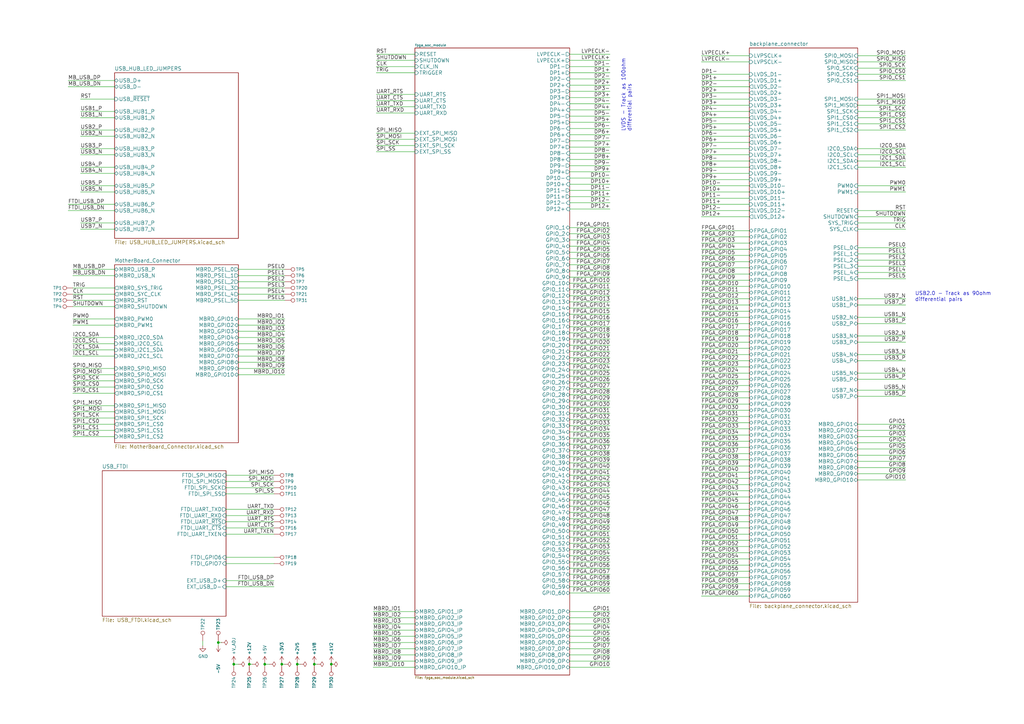
<source format=kicad_sch>
(kicad_sch (version 20211123) (generator eeschema)
  (paper "A3")
  (title_block (title "63HP HILTOP Backplane") (date "2021-02-04") (rev "C") (company "Devtank Ltd"))
  (junction (at 102.235 272.415))
  (junction (at 115.57 272.415))
  (junction (at 95.885 272.415))
  (junction (at 89.535 263.525))
  (junction (at 128.905 272.415))
  (junction (at 121.92 272.415))
  (junction (at 135.89 272.415))
  (junction (at 108.585 272.415))
  (wire (pts (xy 97.79 110.49) (xy 116.84 110.49)))
  (wire (pts (xy 233.68 240.665) (xy 250.19 240.665)))
  (wire (pts (xy 170.18 41.275) (xy 154.305 41.275)))
  (wire (pts (xy 371.475 186.69) (xy 351.79 186.69)))
  (wire (pts (xy 46.99 130.81) (xy 29.845 130.81)))
  (wire (pts (xy 233.68 200.025) (xy 250.19 200.025)))
  (wire (pts (xy 233.68 75.565) (xy 250.19 75.565)))
  (wire (pts (xy 287.655 211.455) (xy 307.34 211.455)))
  (wire (pts (xy 351.79 122.555) (xy 371.475 122.555)))
  (wire (pts (xy 287.655 104.775) (xy 307.34 104.775)))
  (wire (pts (xy 233.68 40.005) (xy 250.19 40.005)))
  (wire (pts (xy 371.475 179.07) (xy 351.79 179.07)))
  (wire (pts (xy 121.92 272.415) (xy 121.92 273.05)))
  (wire (pts (xy 307.34 22.86) (xy 287.655 22.86)))
  (wire (pts (xy 307.34 66.04) (xy 287.655 66.04)))
  (wire (pts (xy 287.655 88.9) (xy 307.34 88.9)))
  (wire (pts (xy 233.68 179.705) (xy 250.19 179.705)))
  (wire (pts (xy 351.79 111.76) (xy 371.475 111.76)))
  (wire (pts (xy 287.655 186.055) (xy 307.34 186.055)))
  (wire (pts (xy 233.68 116.205) (xy 250.19 116.205)))
  (wire (pts (xy 90.805 263.525) (xy 89.535 263.525)))
  (wire (pts (xy 351.79 27.94) (xy 371.475 27.94)))
  (wire (pts (xy 287.655 140.335) (xy 307.34 140.335)))
  (wire (pts (xy 233.68 255.905) (xy 250.19 255.905)))
  (wire (pts (xy 287.655 86.36) (xy 307.34 86.36)))
  (wire (pts (xy 233.68 83.185) (xy 250.19 83.185)))
  (wire (pts (xy 233.68 243.205) (xy 250.19 243.205)))
  (wire (pts (xy 233.68 235.585) (xy 250.19 235.585)))
  (wire (pts (xy 46.99 140.97) (xy 29.845 140.97)))
  (wire (pts (xy 233.68 136.525) (xy 250.19 136.525)))
  (wire (pts (xy 287.655 142.875) (xy 307.34 142.875)))
  (wire (pts (xy 233.68 57.785) (xy 250.19 57.785)))
  (wire (pts (xy 351.79 45.72) (xy 371.475 45.72)))
  (wire (pts (xy 233.68 123.825) (xy 250.19 123.825)))
  (wire (pts (xy 287.655 173.355) (xy 307.34 173.355)))
  (wire (pts (xy 307.34 40.64) (xy 287.655 40.64)))
  (wire (pts (xy 170.18 271.145) (xy 153.035 271.145)))
  (wire (pts (xy 307.34 30.48) (xy 287.655 30.48)))
  (wire (pts (xy 46.99 138.43) (xy 29.845 138.43)))
  (wire (pts (xy 287.655 55.88) (xy 307.34 55.88)))
  (wire (pts (xy 287.655 137.795) (xy 307.34 137.795)))
  (wire (pts (xy 233.68 50.165) (xy 250.19 50.165)))
  (wire (pts (xy 233.68 161.925) (xy 250.19 161.925)))
  (wire (pts (xy 287.655 97.155) (xy 307.34 97.155)))
  (wire (pts (xy 46.99 78.74) (xy 33.02 78.74)))
  (wire (pts (xy 115.57 272.415) (xy 115.57 273.05)))
  (wire (pts (xy 46.99 91.44) (xy 33.02 91.44)))
  (wire (pts (xy 287.655 83.82) (xy 307.34 83.82)))
  (wire (pts (xy 307.34 25.4) (xy 287.655 25.4)))
  (wire (pts (xy 46.99 71.12) (xy 33.02 71.12)))
  (wire (pts (xy 233.68 52.705) (xy 250.19 52.705)))
  (wire (pts (xy 233.68 194.945) (xy 250.19 194.945)))
  (wire (pts (xy 46.99 48.26) (xy 33.02 48.26)))
  (wire (pts (xy 92.71 213.995) (xy 112.395 213.995)))
  (wire (pts (xy 233.68 156.845) (xy 250.19 156.845)))
  (wire (pts (xy 371.475 173.99) (xy 351.79 173.99)))
  (wire (pts (xy 92.71 238.125) (xy 112.395 238.125)))
  (wire (pts (xy 46.99 151.13) (xy 29.845 151.13)))
  (wire (pts (xy 307.34 78.74) (xy 287.655 78.74)))
  (wire (pts (xy 233.68 24.765) (xy 250.19 24.765)))
  (wire (pts (xy 92.71 208.915) (xy 112.395 208.915)))
  (wire (pts (xy 102.235 271.78) (xy 102.235 272.415)))
  (wire (pts (xy 351.79 66.04) (xy 371.475 66.04)))
  (wire (pts (xy 371.475 184.15) (xy 351.79 184.15)))
  (wire (pts (xy 233.68 95.885) (xy 250.19 95.885)))
  (wire (pts (xy 233.68 217.805) (xy 250.19 217.805)))
  (wire (pts (xy 287.655 112.395) (xy 307.34 112.395)))
  (wire (pts (xy 233.68 121.285) (xy 250.19 121.285)))
  (wire (pts (xy 351.79 153.035) (xy 371.475 153.035)))
  (wire (pts (xy 46.99 33.02) (xy 27.94 33.02)))
  (wire (pts (xy 170.18 43.815) (xy 154.305 43.815)))
  (wire (pts (xy 46.99 123.19) (xy 29.845 123.19)))
  (wire (pts (xy 233.68 133.985) (xy 250.19 133.985)))
  (wire (pts (xy 46.99 45.72) (xy 33.02 45.72)))
  (wire (pts (xy 351.79 33.02) (xy 371.475 33.02)))
  (wire (pts (xy 170.18 266.065) (xy 153.035 266.065)))
  (wire (pts (xy 233.68 73.025) (xy 250.19 73.025)))
  (wire (pts (xy 307.34 48.26) (xy 287.655 48.26)))
  (wire (pts (xy 351.79 78.74) (xy 371.475 78.74)))
  (wire (pts (xy 108.585 273.05) (xy 108.585 272.415)))
  (wire (pts (xy 351.79 40.64) (xy 371.475 40.64)))
  (wire (pts (xy 351.79 160.02) (xy 371.475 160.02)))
  (wire (pts (xy 83.185 262.89) (xy 83.185 264.795)))
  (wire (pts (xy 233.68 207.645) (xy 250.19 207.645)))
  (wire (pts (xy 233.68 27.305) (xy 250.19 27.305)))
  (wire (pts (xy 233.68 197.485) (xy 250.19 197.485)))
  (wire (pts (xy 97.79 123.19) (xy 116.84 123.19)))
  (wire (pts (xy 233.68 34.925) (xy 250.19 34.925)))
  (wire (pts (xy 233.68 263.525) (xy 250.19 263.525)))
  (wire (pts (xy 46.99 168.91) (xy 29.845 168.91)))
  (wire (pts (xy 351.79 101.6) (xy 371.475 101.6)))
  (wire (pts (xy 287.655 145.415) (xy 307.34 145.415)))
  (wire (pts (xy 351.79 145.415) (xy 371.475 145.415)))
  (wire (pts (xy 92.71 211.455) (xy 112.395 211.455)))
  (wire (pts (xy 233.68 192.405) (xy 250.19 192.405)))
  (wire (pts (xy 287.655 236.855) (xy 307.34 236.855)))
  (wire (pts (xy 46.99 86.36) (xy 27.94 86.36)))
  (wire (pts (xy 307.34 43.18) (xy 287.655 43.18)))
  (wire (pts (xy 351.79 114.3) (xy 371.475 114.3)))
  (wire (pts (xy 287.655 203.835) (xy 307.34 203.835)))
  (wire (pts (xy 233.68 106.045) (xy 250.19 106.045)))
  (wire (pts (xy 46.99 110.49) (xy 29.845 110.49)))
  (wire (pts (xy 287.655 170.815) (xy 307.34 170.815)))
  (wire (pts (xy 233.68 85.725) (xy 250.19 85.725)))
  (wire (pts (xy 46.99 153.67) (xy 29.845 153.67)))
  (wire (pts (xy 170.18 46.355) (xy 154.305 46.355)))
  (wire (pts (xy 46.99 76.2) (xy 33.02 76.2)))
  (wire (pts (xy 130.175 272.415) (xy 128.905 272.415)))
  (wire (pts (xy 307.34 68.58) (xy 287.655 68.58)))
  (wire (pts (xy 233.68 227.965) (xy 250.19 227.965)))
  (wire (pts (xy 351.79 63.5) (xy 371.475 63.5)))
  (wire (pts (xy 233.68 220.345) (xy 250.19 220.345)))
  (wire (pts (xy 287.655 188.595) (xy 307.34 188.595)))
  (wire (pts (xy 287.655 163.195) (xy 307.34 163.195)))
  (wire (pts (xy 351.79 30.48) (xy 371.475 30.48)))
  (wire (pts (xy 170.18 38.735) (xy 154.305 38.735)))
  (wire (pts (xy 89.535 262.89) (xy 89.535 263.525)))
  (wire (pts (xy 97.79 146.05) (xy 116.84 146.05)))
  (wire (pts (xy 233.68 100.965) (xy 250.19 100.965)))
  (wire (pts (xy 89.535 263.525) (xy 89.535 264.795)))
  (wire (pts (xy 287.655 224.155) (xy 307.34 224.155)))
  (wire (pts (xy 46.99 146.05) (xy 29.845 146.05)))
  (wire (pts (xy 371.475 189.23) (xy 351.79 189.23)))
  (wire (pts (xy 170.18 260.985) (xy 153.035 260.985)))
  (wire (pts (xy 371.475 176.53) (xy 351.79 176.53)))
  (wire (pts (xy 233.68 65.405) (xy 250.19 65.405)))
  (wire (pts (xy 233.68 146.685) (xy 250.19 146.685)))
  (wire (pts (xy 287.655 147.955) (xy 307.34 147.955)))
  (wire (pts (xy 287.655 178.435) (xy 307.34 178.435)))
  (wire (pts (xy 233.68 70.485) (xy 250.19 70.485)))
  (wire (pts (xy 233.68 111.125) (xy 250.19 111.125)))
  (wire (pts (xy 287.655 117.475) (xy 307.34 117.475)))
  (wire (pts (xy 307.34 33.02) (xy 287.655 33.02)))
  (wire (pts (xy 287.655 102.235) (xy 307.34 102.235)))
  (wire (pts (xy 287.655 201.295) (xy 307.34 201.295)))
  (wire (pts (xy 170.18 250.825) (xy 153.035 250.825)))
  (wire (pts (xy 351.79 132.715) (xy 371.475 132.715)))
  (wire (pts (xy 170.18 268.605) (xy 153.035 268.605)))
  (wire (pts (xy 233.68 273.685) (xy 250.19 273.685)))
  (wire (pts (xy 287.655 122.555) (xy 307.34 122.555)))
  (wire (pts (xy 351.79 130.175) (xy 371.475 130.175)))
  (wire (pts (xy 287.655 132.715) (xy 307.34 132.715)))
  (wire (pts (xy 92.71 216.535) (xy 112.395 216.535)))
  (wire (pts (xy 287.655 135.255) (xy 307.34 135.255)))
  (wire (pts (xy 46.99 161.29) (xy 29.845 161.29)))
  (wire (pts (xy 307.34 71.12) (xy 287.655 71.12)))
  (wire (pts (xy 287.655 99.695) (xy 307.34 99.695)))
  (wire (pts (xy 46.99 176.53) (xy 29.845 176.53)))
  (wire (pts (xy 170.18 57.15) (xy 154.305 57.15)))
  (wire (pts (xy 233.68 126.365) (xy 250.19 126.365)))
  (wire (pts (xy 351.79 68.58) (xy 371.475 68.58)))
  (wire (pts (xy 371.475 196.85) (xy 351.79 196.85)))
  (wire (pts (xy 110.49 272.415) (xy 108.585 272.415)))
  (wire (pts (xy 97.79 143.51) (xy 116.84 143.51)))
  (wire (pts (xy 287.655 221.615) (xy 307.34 221.615)))
  (wire (pts (xy 307.34 38.1) (xy 287.655 38.1)))
  (wire (pts (xy 233.68 230.505) (xy 250.19 230.505)))
  (wire (pts (xy 92.71 240.665) (xy 112.395 240.665)))
  (wire (pts (xy 97.79 115.57) (xy 116.84 115.57)))
  (wire (pts (xy 233.68 67.945) (xy 250.19 67.945)))
  (wire (pts (xy 46.99 63.5) (xy 33.02 63.5)))
  (wire (pts (xy 97.79 153.67) (xy 116.84 153.67)))
  (wire (pts (xy 287.655 226.695) (xy 307.34 226.695)))
  (wire (pts (xy 233.68 258.445) (xy 250.19 258.445)))
  (wire (pts (xy 233.68 172.085) (xy 250.19 172.085)))
  (wire (pts (xy 233.68 93.345) (xy 250.19 93.345)))
  (wire (pts (xy 233.68 250.825) (xy 250.19 250.825)))
  (wire (pts (xy 287.655 239.395) (xy 307.34 239.395)))
  (wire (pts (xy 233.68 266.065) (xy 250.19 266.065)))
  (wire (pts (xy 233.68 139.065) (xy 250.19 139.065)))
  (wire (pts (xy 287.655 183.515) (xy 307.34 183.515)))
  (wire (pts (xy 287.655 229.235) (xy 307.34 229.235)))
  (wire (pts (xy 351.79 104.14) (xy 371.475 104.14)))
  (wire (pts (xy 233.68 225.425) (xy 250.19 225.425)))
  (wire (pts (xy 170.18 263.525) (xy 153.035 263.525)))
  (wire (pts (xy 115.57 271.78) (xy 115.57 272.415)))
  (wire (pts (xy 46.99 125.73) (xy 29.845 125.73)))
  (wire (pts (xy 287.655 241.935) (xy 307.34 241.935)))
  (wire (pts (xy 287.655 81.28) (xy 307.34 81.28)))
  (wire (pts (xy 233.68 37.465) (xy 250.19 37.465)))
  (wire (pts (xy 351.79 48.26) (xy 371.475 48.26)))
  (wire (pts (xy 287.655 244.475) (xy 307.34 244.475)))
  (wire (pts (xy 233.68 253.365) (xy 250.19 253.365)))
  (wire (pts (xy 287.655 127.635) (xy 307.34 127.635)))
  (wire (pts (xy 46.99 83.82) (xy 27.94 83.82)))
  (wire (pts (xy 351.79 125.095) (xy 371.475 125.095)))
  (wire (pts (xy 351.79 60.96) (xy 371.475 60.96)))
  (wire (pts (xy 307.34 76.2) (xy 287.655 76.2)))
  (wire (pts (xy 371.475 194.31) (xy 351.79 194.31)))
  (wire (pts (xy 233.68 159.385) (xy 250.19 159.385)))
  (wire (pts (xy 97.79 148.59) (xy 116.84 148.59)))
  (wire (pts (xy 170.18 29.845) (xy 154.305 29.845)))
  (wire (pts (xy 97.79 118.11) (xy 116.84 118.11)))
  (wire (pts (xy 351.79 162.56) (xy 371.475 162.56)))
  (wire (pts (xy 46.99 113.03) (xy 29.845 113.03)))
  (wire (pts (xy 46.99 156.21) (xy 29.845 156.21)))
  (wire (pts (xy 351.79 22.86) (xy 371.475 22.86)))
  (wire (pts (xy 351.79 91.44) (xy 371.475 91.44)))
  (wire (pts (xy 46.99 173.99) (xy 29.845 173.99)))
  (wire (pts (xy 92.71 231.14) (xy 112.395 231.14)))
  (wire (pts (xy 287.655 160.655) (xy 307.34 160.655)))
  (wire (pts (xy 46.99 68.58) (xy 33.02 68.58)))
  (wire (pts (xy 233.68 222.885) (xy 250.19 222.885)))
  (wire (pts (xy 92.71 228.6) (xy 112.395 228.6)))
  (wire (pts (xy 233.68 149.225) (xy 250.19 149.225)))
  (wire (pts (xy 233.68 32.385) (xy 250.19 32.385)))
  (wire (pts (xy 233.68 189.865) (xy 250.19 189.865)))
  (wire (pts (xy 351.79 191.77) (xy 371.475 191.77)))
  (wire (pts (xy 287.655 191.135) (xy 307.34 191.135)))
  (wire (pts (xy 233.68 215.265) (xy 250.19 215.265)))
  (wire (pts (xy 92.71 200.025) (xy 112.395 200.025)))
  (wire (pts (xy 371.475 181.61) (xy 351.79 181.61)))
  (wire (pts (xy 92.71 202.565) (xy 112.395 202.565)))
  (wire (pts (xy 170.18 22.225) (xy 154.305 22.225)))
  (wire (pts (xy 233.68 22.225) (xy 250.19 22.225)))
  (wire (pts (xy 170.18 54.61) (xy 154.305 54.61)))
  (wire (pts (xy 287.655 153.035) (xy 307.34 153.035)))
  (wire (pts (xy 46.99 166.37) (xy 29.845 166.37)))
  (wire (pts (xy 46.99 120.65) (xy 29.845 120.65)))
  (wire (pts (xy 102.235 272.415) (xy 102.235 273.05)))
  (wire (pts (xy 287.655 155.575) (xy 307.34 155.575)))
  (wire (pts (xy 97.79 135.89) (xy 116.84 135.89)))
  (wire (pts (xy 233.68 131.445) (xy 250.19 131.445)))
  (wire (pts (xy 170.18 24.765) (xy 154.305 24.765)))
  (wire (pts (xy 233.68 42.545) (xy 250.19 42.545)))
  (wire (pts (xy 351.79 155.575) (xy 371.475 155.575)))
  (wire (pts (xy 233.68 268.605) (xy 250.19 268.605)))
  (wire (pts (xy 46.99 35.56) (xy 27.94 35.56)))
  (wire (pts (xy 97.79 130.81) (xy 116.84 130.81)))
  (wire (pts (xy 351.79 86.36) (xy 371.475 86.36)))
  (wire (pts (xy 170.18 258.445) (xy 153.035 258.445)))
  (wire (pts (xy 287.655 109.855) (xy 307.34 109.855)))
  (wire (pts (xy 351.79 88.9) (xy 371.475 88.9)))
  (wire (pts (xy 233.68 184.785) (xy 250.19 184.785)))
  (wire (pts (xy 233.68 108.585) (xy 250.19 108.585)))
  (wire (pts (xy 233.68 238.125) (xy 250.19 238.125)))
  (wire (pts (xy 128.905 272.415) (xy 128.905 273.05)))
  (wire (pts (xy 135.89 271.78) (xy 135.89 272.415)))
  (wire (pts (xy 307.34 60.96) (xy 287.655 60.96)))
  (wire (pts (xy 233.68 177.165) (xy 250.19 177.165)))
  (wire (pts (xy 233.68 260.985) (xy 250.19 260.985)))
  (wire (pts (xy 351.79 147.955) (xy 371.475 147.955)))
  (wire (pts (xy 233.68 164.465) (xy 250.19 164.465)))
  (wire (pts (xy 307.34 45.72) (xy 287.655 45.72)))
  (wire (pts (xy 351.79 53.34) (xy 371.475 53.34)))
  (wire (pts (xy 351.79 109.22) (xy 371.475 109.22)))
  (wire (pts (xy 97.79 133.35) (xy 116.84 133.35)))
  (wire (pts (xy 97.79 113.03) (xy 116.84 113.03)))
  (wire (pts (xy 170.18 27.305) (xy 154.305 27.305)))
  (wire (pts (xy 46.99 55.88) (xy 33.02 55.88)))
  (wire (pts (xy 233.68 103.505) (xy 250.19 103.505)))
  (wire (pts (xy 170.18 253.365) (xy 153.035 253.365)))
  (wire (pts (xy 287.655 175.895) (xy 307.34 175.895)))
  (wire (pts (xy 233.68 169.545) (xy 250.19 169.545)))
  (wire (pts (xy 287.655 208.915) (xy 307.34 208.915)))
  (wire (pts (xy 287.655 114.935) (xy 307.34 114.935)))
  (wire (pts (xy 287.655 216.535) (xy 307.34 216.535)))
  (wire (pts (xy 287.655 130.175) (xy 307.34 130.175)))
  (wire (pts (xy 97.79 120.65) (xy 116.84 120.65)))
  (wire (pts (xy 351.79 93.98) (xy 371.475 93.98)))
  (wire (pts (xy 307.34 73.66) (xy 287.655 73.66)))
  (wire (pts (xy 46.99 60.96) (xy 33.02 60.96)))
  (wire (pts (xy 92.71 194.945) (xy 112.395 194.945)))
  (wire (pts (xy 287.655 120.015) (xy 307.34 120.015)))
  (wire (pts (xy 287.655 234.315) (xy 307.34 234.315)))
  (wire (pts (xy 170.18 62.23) (xy 154.305 62.23)))
  (wire (pts (xy 46.99 171.45) (xy 29.845 171.45)))
  (wire (pts (xy 287.655 213.995) (xy 307.34 213.995)))
  (wire (pts (xy 121.92 271.78) (xy 121.92 272.415)))
  (wire (pts (xy 287.655 198.755) (xy 307.34 198.755)))
  (wire (pts (xy 233.68 60.325) (xy 250.19 60.325)))
  (wire (pts (xy 233.68 45.085) (xy 250.19 45.085)))
  (wire (pts (xy 233.68 151.765) (xy 250.19 151.765)))
  (wire (pts (xy 233.68 182.245) (xy 250.19 182.245)))
  (wire (pts (xy 233.68 210.185) (xy 250.19 210.185)))
  (wire (pts (xy 233.68 113.665) (xy 250.19 113.665)))
  (wire (pts (xy 307.34 35.56) (xy 287.655 35.56)))
  (wire (pts (xy 287.655 50.8) (xy 307.34 50.8)))
  (wire (pts (xy 46.99 179.07) (xy 29.845 179.07)))
  (wire (pts (xy 287.655 168.275) (xy 307.34 168.275)))
  (wire (pts (xy 233.68 205.105) (xy 250.19 205.105)))
  (wire (pts (xy 233.68 128.905) (xy 250.19 128.905)))
  (wire (pts (xy 287.655 180.975) (xy 307.34 180.975)))
  (wire (pts (xy 233.68 233.045) (xy 250.19 233.045)))
  (wire (pts (xy 233.68 80.645) (xy 250.19 80.645)))
  (wire (pts (xy 46.99 53.34) (xy 33.02 53.34)))
  (wire (pts (xy 46.99 93.98) (xy 33.02 93.98)))
  (wire (pts (xy 128.905 271.78) (xy 128.905 272.415)))
  (wire (pts (xy 46.99 40.64) (xy 33.02 40.64)))
  (wire (pts (xy 95.885 272.415) (xy 95.885 271.78)))
  (wire (pts (xy 351.79 25.4) (xy 371.475 25.4)))
  (wire (pts (xy 351.79 76.2) (xy 371.475 76.2)))
  (wire (pts (xy 123.19 272.415) (xy 121.92 272.415)))
  (wire (pts (xy 233.68 187.325) (xy 250.19 187.325)))
  (wire (pts (xy 307.34 63.5) (xy 287.655 63.5)))
  (wire (pts (xy 233.68 167.005) (xy 250.19 167.005)))
  (wire (pts (xy 46.99 143.51) (xy 29.845 143.51)))
  (wire (pts (xy 170.18 59.69) (xy 154.305 59.69)))
  (wire (pts (xy 287.655 219.075) (xy 307.34 219.075)))
  (wire (pts (xy 287.655 158.115) (xy 307.34 158.115)))
  (wire (pts (xy 135.89 272.415) (xy 135.89 273.05)))
  (wire (pts (xy 233.68 271.145) (xy 250.19 271.145)))
  (wire (pts (xy 233.68 55.245) (xy 250.19 55.245)))
  (wire (pts (xy 233.68 29.845) (xy 250.19 29.845)))
  (wire (pts (xy 351.79 50.8) (xy 371.475 50.8)))
  (wire (pts (xy 287.655 58.42) (xy 307.34 58.42)))
  (wire (pts (xy 287.655 165.735) (xy 307.34 165.735)))
  (wire (pts (xy 92.71 219.075) (xy 112.395 219.075)))
  (wire (pts (xy 287.655 206.375) (xy 307.34 206.375)))
  (wire (pts (xy 287.655 94.615) (xy 307.34 94.615)))
  (wire (pts (xy 95.885 273.05) (xy 95.885 272.415)))
  (wire (pts (xy 351.79 137.795) (xy 371.475 137.795)))
  (wire (pts (xy 287.655 150.495) (xy 307.34 150.495)))
  (wire (pts (xy 287.655 107.315) (xy 307.34 107.315)))
  (wire (pts (xy 287.655 231.775) (xy 307.34 231.775)))
  (wire (pts (xy 46.99 133.35) (xy 29.845 133.35)))
  (wire (pts (xy 233.68 118.745) (xy 250.19 118.745)))
  (wire (pts (xy 233.68 144.145) (xy 250.19 144.145)))
  (wire (pts (xy 97.79 138.43) (xy 116.84 138.43)))
  (wire (pts (xy 116.84 272.415) (xy 115.57 272.415)))
  (wire (pts (xy 233.68 212.725) (xy 250.19 212.725)))
  (wire (pts (xy 46.99 118.11) (xy 29.845 118.11)))
  (wire (pts (xy 108.585 272.415) (xy 108.585 271.78)))
  (wire (pts (xy 170.18 273.685) (xy 153.035 273.685)))
  (wire (pts (xy 92.71 197.485) (xy 112.395 197.485)))
  (wire (pts (xy 233.68 47.625) (xy 250.19 47.625)))
  (wire (pts (xy 233.68 154.305) (xy 250.19 154.305)))
  (wire (pts (xy 351.79 106.68) (xy 371.475 106.68)))
  (wire (pts (xy 103.505 272.415) (xy 102.235 272.415)))
  (wire (pts (xy 46.99 158.75) (xy 29.845 158.75)))
  (wire (pts (xy 287.655 196.215) (xy 307.34 196.215)))
  (wire (pts (xy 97.79 272.415) (xy 95.885 272.415)))
  (wire (pts (xy 233.68 78.105) (xy 250.19 78.105)))
  (wire (pts (xy 233.68 98.425) (xy 250.19 98.425)))
  (wire (pts (xy 233.68 141.605) (xy 250.19 141.605)))
  (wire (pts (xy 233.68 174.625) (xy 250.19 174.625)))
  (wire (pts (xy 233.68 202.565) (xy 250.19 202.565)))
  (wire (pts (xy 287.655 53.34) (xy 307.34 53.34)))
  (wire (pts (xy 351.79 140.335) (xy 371.475 140.335)))
  (wire (pts (xy 351.79 43.18) (xy 371.475 43.18)))
  (wire (pts (xy 97.79 151.13) (xy 116.84 151.13)))
  (wire (pts (xy 233.68 62.865) (xy 250.19 62.865)))
  (wire (pts (xy 287.655 193.675) (xy 307.34 193.675)))
  (wire (pts (xy 170.18 255.905) (xy 153.035 255.905)))
  (wire (pts (xy 97.79 140.97) (xy 116.84 140.97)))
  (wire (pts (xy 287.655 125.095) (xy 307.34 125.095)))
  (text "USB2.0 - Track as 90ohm \ndifferential pairs" (at 375.285 123.825 0) (effects (font (size 1.524 1.524)) (justify left bottom)))
  (text "LVDS - Track as 100ohm \ndifferential pairs" (at 259.08 53.975 90) (effects (font (size 1.524 1.524)) (justify left bottom)))
  (label "DP1+" (at 250.19 29.845 180) (effects (font (size 1.524 1.524))))
  (label "FPGA_GPIO13" (at 250.19 123.825 180) (effects (font (size 1.524 1.524))))
  (label "SPI0_CS0" (at 29.845 158.75 0) (effects (font (size 1.524 1.524))))
  (label "MBRD_IO4" (at 116.84 138.43 180) (effects (font (size 1.524 1.524))))
  (label "USB7_P" (at 371.475 125.095 180) (effects (font (size 1.524 1.524))))
  (label "FPGA_GPIO35" (at 250.19 179.705 180) (effects (font (size 1.524 1.524))))
  (label "GPIO7" (at 371.475 189.23 180) (effects (font (size 1.524 1.524))))
  (label "FPGA_GPIO33" (at 250.19 174.625 180) (effects (font (size 1.524 1.524))))
  (label "FPGA_GPIO43" (at 250.19 200.025 180) (effects (font (size 1.524 1.524))))
  (label "USB5_N" (at 371.475 160.02 180) (effects (font (size 1.524 1.524))))
  (label "PSEL3" (at 371.475 109.22 180) (effects (font (size 1.524 1.524))))
  (label "USB4_N" (at 33.02 71.12 0) (effects (font (size 1.524 1.524))))
  (label "FPGA_GPIO55" (at 250.19 230.505 180) (effects (font (size 1.524 1.524))))
  (label "FPGA_GPIO54" (at 287.655 229.235 0) (effects (font (size 1.524 1.524))))
  (label "MBRD_IO3" (at 153.035 255.905 0) (effects (font (size 1.524 1.524))))
  (label "FPGA_GPIO38" (at 250.19 187.325 180) (effects (font (size 1.524 1.524))))
  (label "FPGA_GPIO33" (at 287.655 175.895 0) (effects (font (size 1.524 1.524))))
  (label "USB7_N" (at 371.475 122.555 180) (effects (font (size 1.524 1.524))))
  (label "MBRD_IO8" (at 116.84 148.59 180) (effects (font (size 1.524 1.524))))
  (label "FPGA_GPIO10" (at 250.19 116.205 180) (effects (font (size 1.524 1.524))))
  (label "PWM1" (at 29.845 133.35 0) (effects (font (size 1.524 1.524))))
  (label "FPGA_GPIO26" (at 250.19 156.845 180) (effects (font (size 1.524 1.524))))
  (label "DP4+" (at 287.655 48.26 0) (effects (font (size 1.524 1.524))))
  (label "I2C0_SDA" (at 371.475 60.96 180) (effects (font (size 1.524 1.524))))
  (label "PSEL3" (at 116.84 118.11 180) (effects (font (size 1.524 1.524))))
  (label "FPGA_GPIO8" (at 250.19 111.125 180) (effects (font (size 1.524 1.524))))
  (label "PWM0" (at 371.475 76.2 180) (effects (font (size 1.524 1.524))))
  (label "USB7_P" (at 33.02 91.44 0) (effects (font (size 1.524 1.524))))
  (label "GPIO3" (at 371.475 179.07 180) (effects (font (size 1.524 1.524))))
  (label "USB4_P" (at 371.475 155.575 180) (effects (font (size 1.524 1.524))))
  (label "FPGA_GPIO53" (at 250.19 225.425 180) (effects (font (size 1.524 1.524))))
  (label "MBRD_IO1" (at 116.84 130.81 180) (effects (font (size 1.524 1.524))))
  (label "GPIO4" (at 371.475 181.61 180) (effects (font (size 1.524 1.524))))
  (label "FPGA_GPIO49" (at 287.655 216.535 0) (effects (font (size 1.524 1.524))))
  (label "I2C0_SCL" (at 29.845 140.97 0) (effects (font (size 1.524 1.524))))
  (label "GPIO2" (at 371.475 176.53 180) (effects (font (size 1.524 1.524))))
  (label "TRIG" (at 29.845 118.11 0) (effects (font (size 1.524 1.524))))
  (label "FPGA_GPIO14" (at 287.655 127.635 0) (effects (font (size 1.524 1.524))))
  (label "MBRD_IO2" (at 153.035 253.365 0) (effects (font (size 1.524 1.524))))
  (label "FPGA_GPIO49" (at 250.19 215.265 180) (effects (font (size 1.524 1.524))))
  (label "PSEL4" (at 371.475 111.76 180) (effects (font (size 1.524 1.524))))
  (label "TRIG" (at 154.305 29.845 0) (effects (font (size 1.524 1.524))))
  (label "PSEL2" (at 116.84 115.57 180) (effects (font (size 1.524 1.524))))
  (label "FPGA_GPIO47" (at 287.655 211.455 0) (effects (font (size 1.524 1.524))))
  (label "SHUTDOWN" (at 29.845 125.73 0) (effects (font (size 1.524 1.524))))
  (label "FPGA_GPIO41" (at 287.655 196.215 0) (effects (font (size 1.524 1.524))))
  (label "PSEL1" (at 116.84 113.03 180) (effects (font (size 1.524 1.524))))
  (label "CLK" (at 371.475 93.98 180) (effects (font (size 1.524 1.524))))
  (label "FPGA_GPIO58" (at 250.19 238.125 180) (effects (font (size 1.524 1.524))))
  (label "FTDI_USB_DP" (at 27.94 83.82 0) (effects (font (size 1.524 1.524))))
  (label "SPI0_CS0" (at 371.475 30.48 180) (effects (font (size 1.524 1.524))))
  (label "FPGA_GPIO52" (at 287.655 224.155 0) (effects (font (size 1.524 1.524))))
  (label "FPGA_GPIO46" (at 287.655 208.915 0) (effects (font (size 1.524 1.524))))
  (label "FPGA_GPIO2" (at 287.655 97.155 0) (effects (font (size 1.524 1.524))))
  (label "DP9+" (at 250.19 70.485 180) (effects (font (size 1.524 1.524))))
  (label "FPGA_GPIO48" (at 250.19 212.725 180) (effects (font (size 1.524 1.524))))
  (label "SPI0_MISO" (at 371.475 25.4 180) (effects (font (size 1.524 1.524))))
  (label "FPGA_GPIO14" (at 250.19 126.365 180) (effects (font (size 1.524 1.524))))
  (label "UART_RTS" (at 112.395 213.995 180) (effects (font (size 1.524 1.524))))
  (label "LVPECLK-" (at 287.655 25.4 0) (effects (font (size 1.524 1.524))))
  (label "FPGA_GPIO29" (at 250.19 164.465 180) (effects (font (size 1.524 1.524))))
  (label "SPI_SS" (at 154.305 62.23 0) (effects (font (size 1.524 1.524))))
  (label "FPGA_GPIO3" (at 287.655 99.695 0) (effects (font (size 1.524 1.524))))
  (label "FPGA_GPIO54" (at 250.19 227.965 180) (effects (font (size 1.524 1.524))))
  (label "FPGA_GPIO52" (at 250.19 222.885 180) (effects (font (size 1.524 1.524))))
  (label "SPI_SCK" (at 112.395 200.025 180) (effects (font (size 1.524 1.524))))
  (label "FPGA_GPIO44" (at 250.19 202.565 180) (effects (font (size 1.524 1.524))))
  (label "SPI0_SCK" (at 29.845 156.21 0) (effects (font (size 1.524 1.524))))
  (label "FPGA_GPIO41" (at 250.19 194.945 180) (effects (font (size 1.524 1.524))))
  (label "SPI_MOSI" (at 112.395 197.485 180) (effects (font (size 1.524 1.524))))
  (label "MBRD_IO9" (at 153.035 271.145 0) (effects (font (size 1.524 1.524))))
  (label "SPI1_MISO" (at 371.475 43.18 180) (effects (font (size 1.524 1.524))))
  (label "FPGA_GPIO21" (at 287.655 145.415 0) (effects (font (size 1.524 1.524))))
  (label "FPGA_GPIO59" (at 287.655 241.935 0) (effects (font (size 1.524 1.524))))
  (label "PWM0" (at 29.845 130.81 0) (effects (font (size 1.524 1.524))))
  (label "SPI1_CS0" (at 371.475 48.26 180) (effects (font (size 1.524 1.524))))
  (label "FPGA_GPIO4" (at 250.19 100.965 180) (effects (font (size 1.524 1.524))))
  (label "GPIO9" (at 250.19 271.145 180) (effects (font (size 1.524 1.524))))
  (label "FPGA_GPIO37" (at 250.19 184.785 180) (effects (font (size 1.524 1.524))))
  (label "MBRD_IO8" (at 153.035 268.605 0) (effects (font (size 1.524 1.524))))
  (label "USB1_P" (at 33.02 45.72 0) (effects (font (size 1.524 1.524))))
  (label "DP10+" (at 287.655 78.74 0) (effects (font (size 1.524 1.524))))
  (label "DP2-" (at 287.655 35.56 0) (effects (font (size 1.524 1.524))))
  (label "DP3-" (at 250.19 37.465 180) (effects (font (size 1.524 1.524))))
  (label "SPI_MOSI" (at 154.305 57.15 0) (effects (font (size 1.524 1.524))))
  (label "DP11+" (at 287.655 83.82 0) (effects (font (size 1.524 1.524))))
  (label "GPIO5" (at 250.19 260.985 180) (effects (font (size 1.524 1.524))))
  (label "DP10+" (at 250.19 75.565 180) (effects (font (size 1.524 1.524))))
  (label "FPGA_GPIO8" (at 287.655 112.395 0) (effects (font (size 1.524 1.524))))
  (label "GPIO4" (at 250.19 258.445 180) (effects (font (size 1.524 1.524))))
  (label "PSEL5" (at 116.84 123.19 180) (effects (font (size 1.524 1.524))))
  (label "FPGA_GPIO51" (at 287.655 221.615 0) (effects (font (size 1.524 1.524))))
  (label "DP10-" (at 250.19 73.025 180) (effects (font (size 1.524 1.524))))
  (label "FPGA_GPIO36" (at 287.655 183.515 0) (effects (font (size 1.524 1.524))))
  (label "SPI0_MOSI" (at 371.475 22.86 180) (effects (font (size 1.524 1.524))))
  (label "DP5-" (at 287.655 50.8 0) (effects (font (size 1.524 1.524))))
  (label "FPGA_GPIO18" (at 250.19 136.525 180) (effects (font (size 1.524 1.524))))
  (label "FPGA_GPIO4" (at 287.655 102.235 0) (effects (font (size 1.524 1.524))))
  (label "FPGA_GPIO26" (at 287.655 158.115 0) (effects (font (size 1.524 1.524))))
  (label "SPI1_SCK" (at 371.475 45.72 180) (effects (font (size 1.524 1.524))))
  (label "FPGA_GPIO12" (at 250.19 121.285 180) (effects (font (size 1.524 1.524))))
  (label "FPGA_GPIO36" (at 250.19 182.245 180) (effects (font (size 1.524 1.524))))
  (label "FPGA_GPIO22" (at 287.655 147.955 0) (effects (font (size 1.524 1.524))))
  (label "DP3-" (at 287.655 40.64 0) (effects (font (size 1.524 1.524))))
  (label "SPI1_CS1" (at 371.475 50.8 180) (effects (font (size 1.524 1.524))))
  (label "FPGA_GPIO58" (at 287.655 239.395 0) (effects (font (size 1.524 1.524))))
  (label "PSEL1" (at 371.475 104.14 180) (effects (font (size 1.524 1.524))))
  (label "USB3_N" (at 371.475 145.415 180) (effects (font (size 1.524 1.524))))
  (label "DP5+" (at 250.19 50.165 180) (effects (font (size 1.524 1.524))))
  (label "PSEL0" (at 116.84 110.49 180) (effects (font (size 1.524 1.524))))
  (label "SHUTDOWN" (at 154.305 24.765 0) (effects (font (size 1.524 1.524))))
  (label "FPGA_GPIO39" (at 287.655 191.135 0) (effects (font (size 1.524 1.524))))
  (label "MB_USB_DN" (at 29.845 113.03 0) (effects (font (size 1.524 1.524))))
  (label "DP7-" (at 250.19 57.785 180) (effects (font (size 1.524 1.524))))
  (label "I2C1_SCL" (at 371.475 68.58 180) (effects (font (size 1.524 1.524))))
  (label "USB3_P" (at 371.475 147.955 180) (effects (font (size 1.524 1.524))))
  (label "DP4+" (at 250.19 45.085 180) (effects (font (size 1.524 1.524))))
  (label "GPIO7" (at 250.19 266.065 180) (effects (font (size 1.524 1.524))))
  (label "FPGA_GPIO51" (at 250.19 220.345 180) (effects (font (size 1.524 1.524))))
  (label "USB1_N" (at 33.02 48.26 0) (effects (font (size 1.524 1.524))))
  (label "DP2+" (at 287.655 38.1 0) (effects (font (size 1.524 1.524))))
  (label "FPGA_GPIO11" (at 250.19 118.745 180) (effects (font (size 1.524 1.524))))
  (label "DP3+" (at 287.655 43.18 0) (effects (font (size 1.524 1.524))))
  (label "FPGA_GPIO3" (at 250.19 98.425 180) (effects (font (size 1.524 1.524))))
  (label "SPI0_MISO" (at 29.845 151.13 0) (effects (font (size 1.524 1.524))))
  (label "GPIO9" (at 371.475 194.31 180) (effects (font (size 1.524 1.524))))
  (label "FPGA_GPIO28" (at 250.19 161.925 180) (effects (font (size 1.524 1.524))))
  (label "SPI_SCK" (at 154.305 59.69 0) (effects (font (size 1.524 1.524))))
  (label "DP6-" (at 250.19 52.705 180) (effects (font (size 1.524 1.524))))
  (label "UART_RXD" (at 112.395 211.455 180) (effects (font (size 1.524 1.524))))
  (label "DP12-" (at 250.19 83.185 180) (effects (font (size 1.524 1.524))))
  (label "GPIO3" (at 250.19 255.905 180) (effects (font (size 1.524 1.524))))
  (label "FPGA_GPIO35" (at 287.655 180.975 0) (effects (font (size 1.524 1.524))))
  (label "FPGA_GPIO10" (at 287.655 117.475 0) (effects (font (size 1.524 1.524))))
  (label "FPGA_GPIO34" (at 287.655 178.435 0) (effects (font (size 1.524 1.524))))
  (label "I2C0_SCL" (at 371.475 63.5 180) (effects (font (size 1.524 1.524))))
  (label "SPI_SS" (at 112.395 202.565 180) (effects (font (size 1.524 1.524))))
  (label "USB3_P" (at 33.02 60.96 0) (effects (font (size 1.524 1.524))))
  (label "MBRD_IO2" (at 116.84 133.35 180) (effects (font (size 1.524 1.524))))
  (label "FPGA_GPIO17" (at 250.19 133.985 180) (effects (font (size 1.524 1.524))))
  (label "GPIO8" (at 371.475 191.77 180) (effects (font (size 1.524 1.524))))
  (label "UART_RXD" (at 154.305 46.355 0) (effects (font (size 1.524 1.524))))
  (label "GPIO2" (at 250.19 253.365 180) (effects (font (size 1.524 1.524))))
  (label "GPIO5" (at 371.475 184.15 180) (effects (font (size 1.524 1.524))))
  (label "CLK" (at 29.845 120.65 0) (effects (font (size 1.524 1.524))))
  (label "SPI0_MOSI" (at 29.845 153.67 0) (effects (font (size 1.524 1.524))))
  (label "USB4_N" (at 371.475 153.035 180) (effects (font (size 1.524 1.524))))
  (label "FPGA_GPIO57" (at 250.19 235.585 180) (effects (font (size 1.524 1.524))))
  (label "UART_TXEN" (at 112.395 219.075 180) (effects (font (size 1.524 1.524))))
  (label "SPI_MISO" (at 154.305 54.61 0) (effects (font (size 1.524 1.524))))
  (label "SPI1_CS0" (at 29.845 173.99 0) (effects (font (size 1.524 1.524))))
  (label "FPGA_GPIO30" (at 250.19 167.005 180) (effects (font (size 1.524 1.524))))
  (label "FPGA_GPIO50" (at 287.655 219.075 0) (effects (font (size 1.524 1.524))))
  (label "DP11-" (at 250.19 78.105 180) (effects (font (size 1.524 1.524))))
  (label "RST" (at 33.02 40.64 0) (effects (font (size 1.524 1.524))))
  (label "SPI1_CS2" (at 371.475 53.34 180) (effects (font (size 1.524 1.524))))
  (label "DP12+" (at 287.655 88.9 0) (effects (font (size 1.524 1.524))))
  (label "USB4_P" (at 33.02 68.58 0) (effects (font (size 1.524 1.524))))
  (label "FPGA_GPIO44" (at 287.655 203.835 0) (effects (font (size 1.524 1.524))))
  (label "FPGA_GPIO12" (at 287.655 122.555 0) (effects (font (size 1.524 1.524))))
  (label "TRIG" (at 371.475 91.44 180) (effects (font (size 1.524 1.524))))
  (label "MBRD_IO6" (at 153.035 263.525 0) (effects (font (size 1.524 1.524))))
  (label "DP7+" (at 287.655 63.5 0) (effects (font (size 1.524 1.524))))
  (label "FPGA_GPIO32" (at 250.19 172.085 180) (effects (font (size 1.524 1.524))))
  (label "FPGA_GPIO19" (at 250.19 139.065 180) (effects (font (size 1.524 1.524))))
  (label "FPGA_GPIO42" (at 250.19 197.485 180) (effects (font (size 1.524 1.524))))
  (label "FPGA_GPIO32" (at 287.655 173.355 0) (effects (font (size 1.524 1.524))))
  (label "FPGA_GPIO6" (at 250.19 106.045 180) (effects (font (size 1.524 1.524))))
  (label "FPGA_GPIO13" (at 287.655 125.095 0) (effects (font (size 1.524 1.524))))
  (label "DP7+" (at 250.19 60.325 180) (effects (font (size 1.524 1.524))))
  (label "FTDI_USB_DN" (at 27.94 86.36 0) (effects (font (size 1.524 1.524))))
  (label "SPI0_CS1" (at 371.475 33.02 180) (effects (font (size 1.524 1.524))))
  (label "DP1-" (at 250.19 27.305 180) (effects (font (size 1.524 1.524))))
  (label "SPI1_MOSI" (at 29.845 168.91 0) (effects (font (size 1.524 1.524))))
  (label "FPGA_GPIO56" (at 287.655 234.315 0) (effects (font (size 1.524 1.524))))
  (label "USB1_P" (at 371.475 132.715 180) (effects (font (size 1.524 1.524))))
  (label "FTDI_USB_DN" (at 112.395 240.665 180) (effects (font (size 1.524 1.524))))
  (label "MBRD_IO7" (at 116.84 146.05 180) (effects (font (size 1.524 1.524))))
  (label "FPGA_GPIO38" (at 287.655 188.595 0) (effects (font (size 1.524 1.524))))
  (label "FPGA_GPIO7" (at 250.19 108.585 180) (effects (font (size 1.524 1.524))))
  (label "GPIO6" (at 371.475 186.69 180) (effects (font (size 1.524 1.524))))
  (label "MB_USB_DN" (at 27.94 35.56 0) (effects (font (size 1.524 1.524))))
  (label "FPGA_GPIO47" (at 250.19 210.185 180) (effects (font (size 1.524 1.524))))
  (label "FPGA_GPIO55" (at 287.655 231.775 0) (effects (font (size 1.524 1.524))))
  (label "DP11+" (at 250.19 80.645 180) (effects (font (size 1.524 1.524))))
  (label "DP5-" (at 250.19 47.625 180) (effects (font (size 1.524 1.524))))
  (label "FPGA_GPIO2" (at 250.19 95.885 180) (effects (font (size 1.524 1.524))))
  (label "DP9-" (at 250.19 67.945 180) (effects (font (size 1.524 1.524))))
  (label "FPGA_GPIO16" (at 250.19 131.445 180) (effects (font (size 1.524 1.524))))
  (label "FTDI_USB_DP" (at 112.395 238.125 180) (effects (font (size 1.524 1.524))))
  (label "FPGA_GPIO40" (at 250.19 192.405 180) (effects (font (size 1.524 1.524))))
  (label "SPI1_SCK" (at 29.845 171.45 0) (effects (font (size 1.524 1.524))))
  (label "LVPECLK-" (at 250.19 22.225 180) (effects (font (size 1.524 1.524))))
  (label "MBRD_IO10" (at 153.035 273.685 0) (effects (font (size 1.524 1.524))))
  (label "FPGA_GPIO1" (at 250.19 93.345 180) (effects (font (size 1.524 1.524))))
  (label "DP1+" (at 287.655 33.02 0) (effects (font (size 1.524 1.524))))
  (label "USB2_N" (at 371.475 137.795 180) (effects (font (size 1.524 1.524))))
  (label "FPGA_GPIO57" (at 287.655 236.855 0) (effects (font (size 1.524 1.524))))
  (label "UART_TXD" (at 112.395 208.915 180) (effects (font (size 1.524 1.524))))
  (label "USB2_P" (at 371.475 140.335 180) (effects (font (size 1.524 1.524))))
  (label "FPGA_GPIO60" (at 287.655 244.475 0) (effects (font (size 1.524 1.524))))
  (label "DP10-" (at 287.655 76.2 0) (effects (font (size 1.524 1.524))))
  (label "FPGA_GPIO40" (at 287.655 193.675 0) (effects (font (size 1.524 1.524))))
  (label "DP8+" (at 250.19 65.405 180) (effects (font (size 1.524 1.524))))
  (label "USB7_N" (at 33.02 93.98 0) (effects (font (size 1.524 1.524))))
  (label "FPGA_GPIO22" (at 250.19 146.685 180) (effects (font (size 1.524 1.524))))
  (label "FPGA_GPIO37" (at 287.655 186.055 0) (effects (font (size 1.524 1.524))))
  (label "FPGA_GPIO19" (at 287.655 140.335 0) (effects (font (size 1.524 1.524))))
  (label "MB_USB_DP" (at 29.845 110.49 0) (effects (font (size 1.524 1.524))))
  (label "DP2-" (at 250.19 32.385 180) (effects (font (size 1.524 1.524))))
  (label "I2C1_SDA" (at 29.845 143.51 0) (effects (font (size 1.524 1.524))))
  (label "FPGA_GPIO48" (at 287.655 213.995 0) (effects (font (size 1.524 1.524))))
  (label "FPGA_GPIO24" (at 287.655 153.035 0) (effects (font (size 1.524 1.524))))
  (label "FPGA_GPIO9" (at 250.19 113.665 180) (effects (font (size 1.524 1.524))))
  (label "FPGA_GPIO20" (at 250.19 141.605 180) (effects (font (size 1.524 1.524))))
  (label "GPIO1" (at 250.19 250.825 180) (effects (font (size 1.524 1.524))))
  (label "FPGA_GPIO18" (at 287.655 137.795 0) (effects (font (size 1.524 1.524))))
  (label "USB1_N" (at 371.475 130.175 180) (effects (font (size 1.524 1.524))))
  (label "MBRD_IO10" (at 116.84 153.67 180) (effects (font (size 1.524 1.524))))
  (label "UART_RTS" (at 154.305 38.735 0) (effects (font (size 1.524 1.524))))
  (label "FPGA_GPIO45" (at 287.655 206.375 0) (effects (font (size 1.524 1.524))))
  (label "DP2+" (at 250.19 34.925 180) (effects (font (size 1.524 1.524))))
  (label "GPIO6" (at 250.19 263.525 180) (effects (font (size 1.524 1.524))))
  (label "DP3+" (at 250.19 40.005 180) (effects (font (size 1.524 1.524))))
  (label "FPGA_GPIO25" (at 287.655 155.575 0) (effects (font (size 1.524 1.524))))
  (label "PSEL4" (at 116.84 120.65 180) (effects (font (size 1.524 1.524))))
  (label "SPI1_MOSI" (at 371.475 40.64 180) (effects (font (size 1.524 1.524))))
  (label "SPI1_CS1" (at 29.845 176.53 0) (effects (font (size 1.524 1.524))))
  (label "UART_CTS" (at 154.305 41.275 0) (effects (font (size 1.524 1.524))))
  (label "FPGA_GPIO9" (at 287.655 114.935 0) (effects (font (size 1.524 1.524))))
  (label "FPGA_GPIO45" (at 250.19 205.105 180) (effects (font (size 1.524 1.524))))
  (label "LVPECLK+" (at 287.655 22.86 0) (effects (font (size 1.524 1.524))))
  (label "FPGA_GPIO28" (at 287.655 163.195 0) (effects (font (size 1.524 1.524))))
  (label "PSEL0" (at 371.475 101.6 180) (effects (font (size 1.524 1.524))))
  (label "FPGA_GPIO15" (at 250.19 128.905 180) (effects (font (size 1.524 1.524))))
  (label "DP6-" (at 287.655 55.88 0) (effects (font (size 1.524 1.524))))
  (label "FPGA_GPIO17" (at 287.655 135.255 0) (effects (font (size 1.524 1.524))))
  (label "MBRD_IO1" (at 153.035 250.825 0) (effects (font (size 1.524 1.524))))
  (label "FPGA_GPIO53" (at 287.655 226.695 0) (effects (font (size 1.524 1.524))))
  (label "SPI_MISO" (at 112.395 194.945 180) (effects (font (size 1.524 1.524))))
  (label "I2C0_SDA" (at 29.845 138.43 0) (effects (font (size 1.524 1.524))))
  (label "UART_TXD" (at 154.305 43.815 0) (effects (font (size 1.524 1.524))))
  (label "RST" (at 371.475 86.36 180) (effects (font (size 1.524 1.524))))
  (label "MBRD_IO3" (at 116.84 135.89 180) (effects (font (size 1.524 1.524))))
  (label "DP8-" (at 287.655 66.04 0) (effects (font (size 1.524 1.524))))
  (label "DP12+" (at 250.19 85.725 180) (effects (font (size 1.524 1.524))))
  (label "FPGA_GPIO21" (at 250.19 144.145 180) (effects (font (size 1.524 1.524))))
  (label "DP4-" (at 287.655 45.72 0) (effects (font (size 1.524 1.524))))
  (label "FPGA_GPIO27" (at 287.655 160.655 0) (effects (font (size 1.524 1.524))))
  (label "PWM1" (at 371.475 78.74 180) (effects (font (size 1.524 1.524))))
  (label "FPGA_GPIO20" (at 287.655 142.875 0) (effects (font (size 1.524 1.524))))
  (label "MBRD_IO7" (at 153.035 266.065 0) (effects (font (size 1.524 1.524))))
  (label "USB5_N" (at 33.02 78.74 0) (effects (font (size 1.524 1.524))))
  (label "FPGA_GPIO23" (at 250.19 149.225 180) (effects (font (size 1.524 1.524))))
  (label "USB2_P" (at 33.02 53.34 0) (effects (font (size 1.524 1.524))))
  (label "DP5+" (at 287.655 53.34 0) (effects (font (size 1.524 1.524))))
  (label "FPGA_GPIO6" (at 287.655 107.315 0) (effects (font (size 1.524 1.524))))
  (label "PSEL5" (at 371.475 114.3 180) (effects (font (size 1.524 1.524))))
  (label "FPGA_GPIO15" (at 287.655 130.175 0) (effects (font (size 1.524 1.524))))
  (label "DP6+" (at 250.19 55.245 180) (effects (font (size 1.524 1.524))))
  (label "FPGA_GPIO11" (at 287.655 120.015 0) (effects (font (size 1.524 1.524))))
  (label "USB5_P" (at 33.02 76.2 0) (effects (font (size 1.524 1.524))))
  (label "DP6+" (at 287.655 58.42 0) (effects (font (size 1.524 1.524))))
  (label "FPGA_GPIO30" (at 287.655 168.275 0) (effects (font (size 1.524 1.524))))
  (label "I2C1_SDA" (at 371.475 66.04 180) (effects (font (size 1.524 1.524))))
  (label "DP11-" (at 287.655 81.28 0) (effects (font (size 1.524 1.524))))
  (label "SPI1_MISO" (at 29.845 166.37 0) (effects (font (size 1.524 1.524))))
  (label "DP12-" (at 287.655 86.36 0) (effects (font (size 1.524 1.524))))
  (label "FPGA_GPIO31" (at 287.655 170.815 0) (effects (font (size 1.524 1.524))))
  (label "GPIO1" (at 371.475 173.99 180) (effects (font (size 1.524 1.524))))
  (label "SPI0_CS1" (at 29.845 161.29 0) (effects (font (size 1.524 1.524))))
  (label "DP8-" (at 250.19 62.865 180) (effects (font (size 1.524 1.524))))
  (label "DP9-" (at 287.655 71.12 0) (effects (font (size 1.524 1.524))))
  (label "FPGA_GPIO5" (at 250.19 103.505 180) (effects (font (size 1.524 1.524))))
  (label "MBRD_IO5" (at 153.035 260.985 0) (effects (font (size 1.524 1.524))))
  (label "SHUTDOWN" (at 371.475 88.9 180) (effects (font (size 1.524 1.524))))
  (label "FPGA_GPIO16" (at 287.655 132.715 0) (effects (font (size 1.524 1.524))))
  (label "GPIO10" (at 371.475 196.85 180) (effects (font (size 1.524 1.524))))
  (label "FPGA_GPIO42" (at 287.655 198.755 0) (effects (font (size 1.524 1.524))))
  (label "FPGA_GPIO46" (at 250.19 207.645 180) (effects (font (size 1.524 1.524))))
  (label "LVPECLK+" (at 250.19 24.765 180) (effects (font (size 1.524 1.524))))
  (label "FPGA_GPIO50" (at 250.19 217.805 180) (effects (font (size 1.524 1.524))))
  (label "DP4-" (at 250.19 42.545 180) (effects (font (size 1.524 1.524))))
  (label "USB2_N" (at 33.02 55.88 0) (effects (font (size 1.524 1.524))))
  (label "RST" (at 154.305 22.225 0) (effects (font (size 1.524 1.524))))
  (label "FPGA_GPIO29" (at 287.655 165.735 0) (effects (font (size 1.524 1.524))))
  (label "UART_CTS" (at 112.395 216.535 180) (effects (font (size 1.524 1.524))))
  (label "CLK" (at 154.305 27.305 0) (effects (font (size 1.524 1.524))))
  (label "USB3_N" (at 33.02 63.5 0) (effects (font (size 1.524 1.524))))
  (label "DP8+" (at 287.655 68.58 0) (effects (font (size 1.524 1.524))))
  (label "PSEL2" (at 371.475 106.68 180) (effects (font (size 1.524 1.524))))
  (label "FPGA_GPIO7" (at 287.655 109.855 0) (effects (font (size 1.524 1.524))))
  (label "FPGA_GPIO31" (at 250.19 169.545 180) (effects (font (size 1.524 1.524))))
  (label "MB_USB_DP" (at 27.94 33.02 0) (effects (font (size 1.524 1.524))))
  (label "USB5_P" (at 371.475 162.56 180) (effects (font (size 1.524 1.524))))
  (label "FPGA_GPIO1" (at 287.655 94.615 0) (effects (font (size 1.524 1.524))))
  (label "GPIO10" (at 250.19 273.685 180) (effects (font (size 1.524 1.524))))
  (label "FPGA_GPIO59" (at 250.19 240.665 180) (effects (font (size 1.524 1.524))))
  (label "GPIO8" (at 250.19 268.605 180) (effects (font (size 1.524 1.524))))
  (label "FPGA_GPIO43" (at 287.655 201.295 0) (effects (font (size 1.524 1.524))))
  (label "FPGA_GPIO39" (at 250.19 189.865 180) (effects (font (size 1.524 1.524))))
  (label "MBRD_IO4" (at 153.035 258.445 0) (effects (font (size 1.524 1.524))))
  (label "MBRD_IO9" (at 116.84 151.13 180) (effects (font (size 1.524 1.524))))
  (label "FPGA_GPIO23" (at 287.655 150.495 0) (effects (font (size 1.524 1.524))))
  (label "DP9+" (at 287.655 73.66 0) (effects (font (size 1.524 1.524))))
  (label "DP1-" (at 287.655 30.48 0) (effects (font (size 1.524 1.524))))
  (label "FPGA_GPIO24" (at 250.19 151.765 180) (effects (font (size 1.524 1.524))))
  (label "FPGA_GPIO56" (at 250.19 233.045 180) (effects (font (size 1.524 1.524))))
  (label "SPI1_CS2" (at 29.845 179.07 0) (effects (font (size 1.524 1.524))))
  (label "FPGA_GPIO27" (at 250.19 159.385 180) (effects (font (size 1.524 1.524))))
  (label "DP7-" (at 287.655 60.96 0) (effects (font (size 1.524 1.524))))
  (label "I2C1_SCL" (at 29.845 146.05 0) (effects (font (size 1.524 1.524))))
  (label "MBRD_IO5" (at 116.84 140.97 180) (effects (font (size 1.524 1.524))))
  (label "MBRD_IO6" (at 116.84 143.51 180) (effects (font (size 1.524 1.524))))
  (label "FPGA_GPIO25" (at 250.19 154.305 180) (effects (font (size 1.524 1.524))))
  (label "SPI0_SCK" (at 371.475 27.94 180) (effects (font (size 1.524 1.524))))
  (label "RST" (at 29.845 123.19 0) (effects (font (size 1.524 1.524))))
  (label "FPGA_GPIO60" (at 250.19 243.205 180) (effects (font (size 1.524 1.524))))
  (label "FPGA_GPIO5" (at 287.655 104.775 0) (effects (font (size 1.524 1.524))))
  (label "FPGA_GPIO34" (at 250.19 177.165 180) (effects (font (size 1.524 1.524))))
  (symbol (lib_id "hiltop_backplane_brd-rescue:TestPoint-Connector-hiltop_backplane_brd-rescue") (at 112.395 228.6 270) (unit 1)
    (property "Reference" "TP18" (at 116.84 228.6 90) (effects (justify left)))
    (property "Value" "TestPoint" (effects hide))
    (property "Footprint" "TestPoint:TestPoint_THTPad_D1.0mm_Drill0.5mm" (effects hide))
  )
  (symbol (lib_id "hiltop_backplane_brd-rescue:TestPoint-Connector-hiltop_backplane_brd-rescue") (at 112.395 231.14 270) (unit 1)
    (property "Reference" "TP19" (at 116.84 231.14 90) (effects (justify left)))
    (property "Value" "TestPoint" (effects hide))
    (property "Footprint" "TestPoint:TestPoint_THTPad_D1.0mm_Drill0.5mm" (effects hide))
  )
  (symbol (lib_id "hiltop_backplane_brd-rescue:TestPoint-Connector-hiltop_backplane_brd-rescue") (at 112.395 219.075 270) (unit 1)
    (property "Reference" "TP17" (at 116.84 219.075 90) (effects (justify left)))
    (property "Value" "TestPoint" (effects hide))
    (property "Footprint" "TestPoint:TestPoint_THTPad_D1.0mm_Drill0.5mm" (effects hide))
  )
  (symbol (lib_id "hiltop_backplane_brd-rescue:TestPoint-Connector-hiltop_backplane_brd-rescue") (at 112.395 216.535 270) (unit 1)
    (property "Reference" "TP16" (at 116.84 216.535 90) (effects (justify left)))
    (property "Value" "TestPoint" (effects hide))
    (property "Footprint" "TestPoint:TestPoint_THTPad_D1.0mm_Drill0.5mm" (effects hide))
  )
  (symbol (lib_id "hiltop_backplane_brd-rescue:TestPoint-Connector-hiltop_backplane_brd-rescue") (at 112.395 213.995 270) (unit 1)
    (property "Reference" "TP14" (at 116.84 213.995 90) (effects (justify left)))
    (property "Value" "TestPoint" (effects hide))
    (property "Footprint" "TestPoint:TestPoint_THTPad_D1.0mm_Drill0.5mm" (effects hide))
  )
  (symbol (lib_id "hiltop_backplane_brd-rescue:TestPoint-Connector-hiltop_backplane_brd-rescue") (at 112.395 211.455 270) (unit 1)
    (property "Reference" "TP13" (at 116.84 211.455 90) (effects (justify left)))
    (property "Value" "TestPoint" (effects hide))
    (property "Footprint" "TestPoint:TestPoint_THTPad_D1.0mm_Drill0.5mm" (effects hide))
  )
  (symbol (lib_id "hiltop_backplane_brd-rescue:TestPoint-Connector-hiltop_backplane_brd-rescue") (at 112.395 208.915 270) (unit 1)
    (property "Reference" "TP12" (at 116.84 208.915 90) (effects (justify left)))
    (property "Value" "TestPoint" (effects hide))
    (property "Footprint" "TestPoint:TestPoint_THTPad_D1.0mm_Drill0.5mm" (effects hide))
  )
  (symbol (lib_id "hiltop_backplane_brd-rescue:TestPoint-Connector-hiltop_backplane_brd-rescue") (at 112.395 202.565 270) (unit 1)
    (property "Reference" "TP11" (at 116.84 202.565 90) (effects (justify left)))
    (property "Value" "TestPoint" (effects hide))
    (property "Footprint" "TestPoint:TestPoint_THTPad_D1.0mm_Drill0.5mm" (effects hide))
  )
  (symbol (lib_id "hiltop_backplane_brd-rescue:TestPoint-Connector-hiltop_backplane_brd-rescue") (at 112.395 200.025 270) (unit 1)
    (property "Reference" "TP10" (at 116.84 200.025 90) (effects (justify left)))
    (property "Value" "TestPoint" (effects hide))
    (property "Footprint" "TestPoint:TestPoint_THTPad_D1.0mm_Drill0.5mm" (effects hide))
  )
  (symbol (lib_id "hiltop_backplane_brd-rescue:TestPoint-Connector-hiltop_backplane_brd-rescue") (at 112.395 197.485 270) (unit 1)
    (property "Reference" "TP9" (at 116.84 197.485 90) (effects (justify left)))
    (property "Value" "TestPoint" (effects hide))
    (property "Footprint" "TestPoint:TestPoint_THTPad_D1.0mm_Drill0.5mm" (effects hide))
  )
  (symbol (lib_id "hiltop_backplane_brd-rescue:TestPoint-Connector-hiltop_backplane_brd-rescue") (at 112.395 194.945 270) (unit 1)
    (property "Reference" "TP8" (at 116.84 194.945 90) (effects (justify left)))
    (property "Value" "TestPoint" (effects hide))
    (property "Footprint" "TestPoint:TestPoint_THTPad_D1.0mm_Drill0.5mm" (effects hide))
  )
  (symbol (lib_id "hiltop_backplane_brd-rescue:TestPoint-Connector-hiltop_backplane_brd-rescue") (at 95.885 273.05 180) (unit 1)
    (property "Reference" "TP24" (at 95.885 277.495 90) (effects (justify left)))
    (property "Value" "TestPoint" (effects hide))
    (property "Footprint" "TestPoint:TestPoint_THTPad_D1.0mm_Drill0.5mm" (effects hide))
  )
  (symbol (lib_id "power:GND") (at 83.185 264.795 0) (unit 1)
    (property "Reference" "#PWR0101" (effects hide))
    (property "Value" "GND" (at 83.312 269.1892 0))
  )
  (symbol (lib_id "power:+2V5") (at 121.92 271.78 0) (unit 1)
    (property "Reference" "#PWR0102" (effects hide))
    (property "Value" "+2V5" (at 121.92 266.065 90))
  )
  (symbol (lib_id "power:+1V2") (at 135.89 271.78 0) (unit 1)
    (property "Reference" "#PWR0105" (effects hide))
    (property "Value" "+1V2" (at 135.89 266.065 90))
  )
  (symbol (lib_id "power:+1V8") (at 128.905 271.78 0) (unit 1)
    (property "Reference" "#PWR0106" (effects hide))
    (property "Value" "+1V8" (at 128.905 266.065 90))
  )
  (symbol (lib_id "hiltop_backplane_brd-rescue:TestPoint-Connector-hiltop_backplane_brd-rescue") (at 102.235 273.05 180) (unit 1)
    (property "Reference" "TP25" (at 102.235 277.495 90) (effects (justify left)))
    (property "Value" "TestPoint" (effects hide))
    (property "Footprint" "TestPoint:TestPoint_THTPad_D1.0mm_Drill0.5mm" (effects hide))
  )
  (symbol (lib_id "hiltop_backplane_brd-rescue:TestPoint-Connector-hiltop_backplane_brd-rescue") (at 108.585 273.05 180) (unit 1)
    (property "Reference" "TP26" (at 108.585 277.495 90) (effects (justify left)))
    (property "Value" "TestPoint" (effects hide))
    (property "Footprint" "TestPoint:TestPoint_THTPad_D1.0mm_Drill0.5mm" (effects hide))
  )
  (symbol (lib_id "hiltop_backplane_brd-rescue:TestPoint-Connector-hiltop_backplane_brd-rescue") (at 115.57 273.05 180) (unit 1)
    (property "Reference" "TP27" (at 115.57 277.495 90) (effects (justify left)))
    (property "Value" "TestPoint" (effects hide))
    (property "Footprint" "TestPoint:TestPoint_THTPad_D1.0mm_Drill0.5mm" (effects hide))
  )
  (symbol (lib_id "hiltop_backplane_brd-rescue:TestPoint-Connector-hiltop_backplane_brd-rescue") (at 121.92 273.05 180) (unit 1)
    (property "Reference" "TP28" (at 121.92 277.495 90) (effects (justify left)))
    (property "Value" "TestPoint" (effects hide))
    (property "Footprint" "TestPoint:TestPoint_THTPad_D1.0mm_Drill0.5mm" (effects hide))
  )
  (symbol (lib_id "hiltop_backplane_brd-rescue:TestPoint-Connector-hiltop_backplane_brd-rescue") (at 128.905 273.05 180) (unit 1)
    (property "Reference" "TP29" (at 128.905 277.495 90) (effects (justify left)))
    (property "Value" "TestPoint" (effects hide))
    (property "Footprint" "TestPoint:TestPoint_THTPad_D1.0mm_Drill0.5mm" (effects hide))
  )
  (symbol (lib_id "hiltop_backplane_brd-rescue:TestPoint-Connector-hiltop_backplane_brd-rescue") (at 135.89 273.05 180) (unit 1)
    (property "Reference" "TP30" (at 135.89 277.495 90) (effects (justify left)))
    (property "Value" "TestPoint" (effects hide))
    (property "Footprint" "TestPoint:TestPoint_THTPad_D1.0mm_Drill0.5mm" (effects hide))
  )
  (symbol (lib_id "hiltop_backplane_brd-rescue:TestPoint-Connector-hiltop_backplane_brd-rescue") (at 89.535 262.89 0) (unit 1)
    (property "Reference" "TP23" (at 89.535 258.445 90) (effects (justify left)))
    (property "Value" "TestPoint" (effects hide))
    (property "Footprint" "TestPoint:TestPoint_THTPad_D1.0mm_Drill0.5mm" (effects hide))
  )
  (symbol (lib_id "hiltop_backplane_brd-rescue:TestPoint-Connector-hiltop_backplane_brd-rescue") (at 83.185 262.89 0) (unit 1)
    (property "Reference" "TP22" (at 83.185 258.445 90) (effects (justify left)))
    (property "Value" "TestPoint" (effects hide))
    (property "Footprint" "TestPoint:TestPoint_THTPad_D1.0mm_Drill0.5mm" (effects hide))
  )
  (symbol (lib_id "hiltop_backplane_brd-rescue:TestPoint-Connector-hiltop_backplane_brd-rescue") (at 29.845 118.11 90) (unit 1)
    (property "Reference" "TP1" (at 25.4 118.11 90) (effects (justify left)))
    (property "Value" "TestPoint" (effects hide))
    (property "Footprint" "TestPoint:TestPoint_THTPad_D1.0mm_Drill0.5mm" (effects hide))
  )
  (symbol (lib_id "hiltop_backplane_brd-rescue:TestPoint-Connector-hiltop_backplane_brd-rescue") (at 29.845 120.65 90) (unit 1)
    (property "Reference" "TP2" (at 25.4 120.65 90) (effects (justify left)))
    (property "Value" "TestPoint" (effects hide))
    (property "Footprint" "TestPoint:TestPoint_THTPad_D1.0mm_Drill0.5mm" (effects hide))
  )
  (symbol (lib_id "hiltop_backplane_brd-rescue:TestPoint-Connector-hiltop_backplane_brd-rescue") (at 29.845 123.19 90) (unit 1)
    (property "Reference" "TP3" (at 25.4 123.19 90) (effects (justify left)))
    (property "Value" "TestPoint" (effects hide))
    (property "Footprint" "TestPoint:TestPoint_THTPad_D1.0mm_Drill0.5mm" (effects hide))
  )
  (symbol (lib_id "hiltop_backplane_brd-rescue:TestPoint-Connector-hiltop_backplane_brd-rescue") (at 29.845 125.73 90) (unit 1)
    (property "Reference" "TP4" (at 25.4 125.73 90) (effects (justify left)))
    (property "Value" "TestPoint" (effects hide))
    (property "Footprint" "TestPoint:TestPoint_THTPad_D1.0mm_Drill0.5mm" (effects hide))
  )
  (symbol (lib_id "hiltop_backplane_brd-rescue:TestPoint-Connector-hiltop_backplane_brd-rescue") (at 116.84 110.49 270) (unit 1)
    (property "Reference" "TP5" (at 121.285 110.49 90) (effects (justify left)))
    (property "Value" "TestPoint" (effects hide))
    (property "Footprint" "TestPoint:TestPoint_THTPad_D1.0mm_Drill0.5mm" (effects hide))
  )
  (symbol (lib_id "hiltop_backplane_brd-rescue:TestPoint-Connector-hiltop_backplane_brd-rescue") (at 116.84 113.03 270) (unit 1)
    (property "Reference" "TP6" (at 121.285 113.03 90) (effects (justify left)))
    (property "Value" "TestPoint" (effects hide))
    (property "Footprint" "TestPoint:TestPoint_THTPad_D1.0mm_Drill0.5mm" (effects hide))
  )
  (symbol (lib_id "hiltop_backplane_brd-rescue:TestPoint-Connector-hiltop_backplane_brd-rescue") (at 116.84 115.57 270) (unit 1)
    (property "Reference" "TP7" (at 121.285 115.57 90) (effects (justify left)))
    (property "Value" "TestPoint" (effects hide))
    (property "Footprint" "TestPoint:TestPoint_THTPad_D1.0mm_Drill0.5mm" (effects hide))
  )
  (symbol (lib_id "power:PWR_FLAG") (at 135.89 272.415 270) (unit 1)
    (property "Reference" "#FLG0105" (effects hide))
    (property "Value" "PWR_FLAG" (effects hide))
  )
  (symbol (lib_id "power:PWR_FLAG") (at 130.175 272.415 270) (unit 1)
    (property "Reference" "#FLG0106" (effects hide))
    (property "Value" "PWR_FLAG" (effects hide))
  )
  (symbol (lib_id "power:PWR_FLAG") (at 123.19 272.415 270) (unit 1)
    (property "Reference" "#FLG0107" (effects hide))
    (property "Value" "PWR_FLAG" (effects hide))
  )
  (symbol (lib_id "power:PWR_FLAG") (at 110.49 272.415 270) (unit 1)
    (property "Reference" "#FLG0109" (effects hide))
    (property "Value" "PWR_FLAG" (effects hide))
  )
  (symbol (lib_id "power:PWR_FLAG") (at 103.505 272.415 270) (unit 1)
    (property "Reference" "#FLG0110" (effects hide))
    (property "Value" "PWR_FLAG" (effects hide))
  )
  (symbol (lib_id "power:PWR_FLAG") (at 97.79 272.415 270) (unit 1)
    (property "Reference" "#FLG0111" (effects hide))
    (property "Value" "PWR_FLAG" (effects hide))
  )
  (symbol (lib_id "power:PWR_FLAG") (at 90.805 263.525 270) (unit 1)
    (property "Reference" "#FLG0112" (effects hide))
    (property "Value" "PWR_FLAG" (effects hide))
  )
  (symbol (lib_id "power:PWR_FLAG") (at 116.84 272.415 270) (unit 1)
    (property "Reference" "#FLG0101" (effects hide))
    (property "Value" "PWR_FLAG" (effects hide))
  )
  (symbol (lib_id "power:+5V") (at 108.585 271.78 0) (unit 1)
    (property "Reference" "#PWR0104" (effects hide))
    (property "Value" "+5V" (at 108.585 268.605 90) (effects (justify left)))
  )
  (symbol (lib_id "hiltop_backplane_brd-rescue:TestPoint-Connector-hiltop_backplane_brd-rescue") (at 116.84 118.11 270) (unit 1)
    (property "Reference" "TP20" (at 121.285 118.11 90) (effects (justify left)))
    (property "Value" "TestPoint" (effects hide))
    (property "Footprint" "TestPoint:TestPoint_THTPad_D1.0mm_Drill0.5mm" (effects hide))
  )
  (symbol (lib_id "hiltop_backplane_brd-rescue:TestPoint-Connector-hiltop_backplane_brd-rescue") (at 116.84 123.19 270) (unit 1)
    (property "Reference" "TP31" (at 121.285 123.19 90) (effects (justify left)))
    (property "Value" "TestPoint" (effects hide))
    (property "Footprint" "TestPoint:TestPoint_THTPad_D1.0mm_Drill0.5mm" (effects hide))
  )
  (symbol (lib_id "hiltop_backplane_brd-rescue:+V_ADJ-Devtank") (at 95.885 271.78 0) (unit 1)
    (property "Reference" "#PWR0109" (effects hide))
    (property "Value" "+V_ADJ-Devtank" (at 95.885 268.605 90) (effects (justify left)))
  )
  (symbol (lib_id "power:+12V") (at 102.235 271.78 0) (unit 1)
    (property "Reference" "#PWR0110" (effects hide))
    (property "Value" "+12V" (at 102.235 268.605 90) (effects (justify left)))
  )
  (symbol (lib_id "hiltop_backplane_brd-rescue:TestPoint-Connector-hiltop_backplane_brd-rescue") (at 116.84 120.65 270) (unit 1)
    (property "Reference" "TP21" (at 121.285 120.65 90) (effects (justify left)))
    (property "Value" "TestPoint" (effects hide))
    (property "Footprint" "TestPoint:TestPoint_THTPad_D1.0mm_Drill0.5mm" (effects hide))
  )
  (symbol (lib_id "hiltop_backplane_brd-rescue:-5V-Devtank") (at 89.535 264.795 180) (unit 1)
    (property "Reference" "#PWR0108" (effects hide))
    (property "Value" "-5V-Devtank" (at 89.535 274.32 90))
  )
  (symbol (lib_id "power:+3V3") (at 115.57 271.78 0) (unit 1)
    (property "Reference" "#PWR0107" (effects hide))
    (property "Value" "+3V3" (at 115.57 268.605 90) (effects (justify left)))
  )
  (sheet (at 307.34 19.685) (size 44.45 227.33)
    (property "Sheet name" "backplane_connector" (at 307.34 18.8464 0) (effects (font (size 1.524 1.524)) (justify left bottom)))
    (property "Sheet file" "backplane_connector.kicad_sch" (at 307.34 247.7012 0) (effects (font (size 1.524 1.524)) (justify left top)))
    (pin "LVPSCLK+" input (at 307.34 22.86 180) (effects (font (size 1.524 1.524))))
    (pin "LVPSCLK-" input (at 307.34 25.4 180) (effects (font (size 1.524 1.524))))
    (pin "LVDS_D1-" input (at 307.34 30.48 180) (effects (font (size 1.524 1.524))))
    (pin "LVDS_D1+" input (at 307.34 33.02 180) (effects (font (size 1.524 1.524))))
    (pin "LVDS_D2-" output (at 307.34 35.56 180) (effects (font (size 1.524 1.524))))
    (pin "LVDS_D2+" output (at 307.34 38.1 180) (effects (font (size 1.524 1.524))))
    (pin "LVDS_D3-" input (at 307.34 40.64 180) (effects (font (size 1.524 1.524))))
    (pin "LVDS_D3+" input (at 307.34 43.18 180) (effects (font (size 1.524 1.524))))
    (pin "LVDS_D4-" output (at 307.34 45.72 180) (effects (font (size 1.524 1.524))))
    (pin "LVDS_D4+" output (at 307.34 48.26 180) (effects (font (size 1.524 1.524))))
    (pin "LVDS_D5-" input (at 307.34 50.8 180) (effects (font (size 1.524 1.524))))
    (pin "LVDS_D6-" output (at 307.34 55.88 180) (effects (font (size 1.524 1.524))))
    (pin "LVDS_D5+" input (at 307.34 53.34 180) (effects (font (size 1.524 1.524))))
    (pin "LVDS_D6+" output (at 307.34 58.42 180) (effects (font (size 1.524 1.524))))
    (pin "FPGA_GPIO1" bidirectional (at 307.34 94.615 180) (effects (font (size 1.524 1.524))))
    (pin "FPGA_GPIO2" bidirectional (at 307.34 97.155 180) (effects (font (size 1.524 1.524))))
    (pin "FPGA_GPIO3" bidirectional (at 307.34 99.695 180) (effects (font (size 1.524 1.524))))
    (pin "FPGA_GPIO4" bidirectional (at 307.34 102.235 180) (effects (font (size 1.524 1.524))))
    (pin "FPGA_GPIO5" bidirectional (at 307.34 104.775 180) (effects (font (size 1.524 1.524))))
    (pin "FPGA_GPIO6" bidirectional (at 307.34 107.315 180) (effects (font (size 1.524 1.524))))
    (pin "FPGA_GPIO7" bidirectional (at 307.34 109.855 180) (effects (font (size 1.524 1.524))))
    (pin "FPGA_GPIO8" bidirectional (at 307.34 112.395 180) (effects (font (size 1.524 1.524))))
    (pin "FPGA_GPIO9" bidirectional (at 307.34 114.935 180) (effects (font (size 1.524 1.524))))
    (pin "FPGA_GPIO10" bidirectional (at 307.34 117.475 180) (effects (font (size 1.524 1.524))))
    (pin "MBRD_GPIO8" bidirectional (at 351.79 191.77 0) (effects (font (size 1.524 1.524))))
    (pin "MBRD_GPIO9" bidirectional (at 351.79 194.31 0) (effects (font (size 1.524 1.524))))
    (pin "MBRD_GPIO10" bidirectional (at 351.79 196.85 0) (effects (font (size 1.524 1.524))))
    (pin "FPGA_GPIO11" bidirectional (at 307.34 120.015 180) (effects (font (size 1.524 1.524))))
    (pin "FPGA_GPIO12" bidirectional (at 307.34 122.555 180) (effects (font (size 1.524 1.524))))
    (pin "FPGA_GPIO13" bidirectional (at 307.34 125.095 180) (effects (font (size 1.524 1.524))))
    (pin "FPGA_GPIO14" bidirectional (at 307.34 127.635 180) (effects (font (size 1.524 1.524))))
    (pin "FPGA_GPIO15" bidirectional (at 307.34 130.175 180) (effects (font (size 1.524 1.524))))
    (pin "FPGA_GPIO16" bidirectional (at 307.34 132.715 180) (effects (font (size 1.524 1.524))))
    (pin "FPGA_GPIO17" bidirectional (at 307.34 135.255 180) (effects (font (size 1.524 1.524))))
    (pin "FPGA_GPIO18" bidirectional (at 307.34 137.795 180) (effects (font (size 1.524 1.524))))
    (pin "FPGA_GPIO19" bidirectional (at 307.34 140.335 180) (effects (font (size 1.524 1.524))))
    (pin "FPGA_GPIO20" bidirectional (at 307.34 142.875 180) (effects (font (size 1.524 1.524))))
    (pin "FPGA_GPIO21" bidirectional (at 307.34 145.415 180) (effects (font (size 1.524 1.524))))
    (pin "FPGA_GPIO22" bidirectional (at 307.34 147.955 180) (effects (font (size 1.524 1.524))))
    (pin "FPGA_GPIO23" bidirectional (at 307.34 150.495 180) (effects (font (size 1.524 1.524))))
    (pin "FPGA_GPIO24" bidirectional (at 307.34 153.035 180) (effects (font (size 1.524 1.524))))
    (pin "FPGA_GPIO25" bidirectional (at 307.34 155.575 180) (effects (font (size 1.524 1.524))))
    (pin "FPGA_GPIO26" bidirectional (at 307.34 158.115 180) (effects (font (size 1.524 1.524))))
    (pin "FPGA_GPIO27" bidirectional (at 307.34 160.655 180) (effects (font (size 1.524 1.524))))
    (pin "FPGA_GPIO28" bidirectional (at 307.34 163.195 180) (effects (font (size 1.524 1.524))))
    (pin "FPGA_GPIO29" bidirectional (at 307.34 165.735 180) (effects (font (size 1.524 1.524))))
    (pin "FPGA_GPIO30" bidirectional (at 307.34 168.275 180) (effects (font (size 1.524 1.524))))
    (pin "MBRD_GPIO1" bidirectional (at 351.79 173.99 0) (effects (font (size 1.524 1.524))))
    (pin "MBRD_GPIO2" bidirectional (at 351.79 176.53 0) (effects (font (size 1.524 1.524))))
    (pin "MBRD_GPIO3" bidirectional (at 351.79 179.07 0) (effects (font (size 1.524 1.524))))
    (pin "MBRD_GPIO4" bidirectional (at 351.79 181.61 0) (effects (font (size 1.524 1.524))))
    (pin "MBRD_GPIO5" bidirectional (at 351.79 184.15 0) (effects (font (size 1.524 1.524))))
    (pin "MBRD_GPIO6" bidirectional (at 351.79 186.69 0) (effects (font (size 1.524 1.524))))
    (pin "MBRD_GPIO7" bidirectional (at 351.79 189.23 0) (effects (font (size 1.524 1.524))))
    (pin "PWM0" input (at 351.79 76.2 0) (effects (font (size 1.524 1.524))))
    (pin "PWM1" input (at 351.79 78.74 0) (effects (font (size 1.524 1.524))))
    (pin "SPI0_MOSI" input (at 351.79 22.86 0) (effects (font (size 1.524 1.524))))
    (pin "SPI0_MISO" output (at 351.79 25.4 0) (effects (font (size 1.524 1.524))))
    (pin "SPI0_SCK" input (at 351.79 27.94 0) (effects (font (size 1.524 1.524))))
    (pin "SPI0_CS0" input (at 351.79 30.48 0) (effects (font (size 1.524 1.524))))
    (pin "SPI0_CS1" input (at 351.79 33.02 0) (effects (font (size 1.524 1.524))))
    (pin "SPI1_MOSI" input (at 351.79 40.64 0) (effects (font (size 1.524 1.524))))
    (pin "SPI1_MISO" output (at 351.79 43.18 0) (effects (font (size 1.524 1.524))))
    (pin "SPI1_SCK" input (at 351.79 45.72 0) (effects (font (size 1.524 1.524))))
    (pin "SPI1_CS0" input (at 351.79 48.26 0) (effects (font (size 1.524 1.524))))
    (pin "SPI1_CS1" input (at 351.79 50.8 0) (effects (font (size 1.524 1.524))))
    (pin "SPI1_CS2" input (at 351.79 53.34 0) (effects (font (size 1.524 1.524))))
    (pin "I2C0_SDA" bidirectional (at 351.79 60.96 0) (effects (font (size 1.524 1.524))))
    (pin "I2C1_SDA" bidirectional (at 351.79 66.04 0) (effects (font (size 1.524 1.524))))
    (pin "I2C0_SCL" input (at 351.79 63.5 0) (effects (font (size 1.524 1.524))))
    (pin "I2C1_SCL" input (at 351.79 68.58 0) (effects (font (size 1.524 1.524))))
    (pin "RESET" input (at 351.79 86.36 0) (effects (font (size 1.524 1.524))))
    (pin "SHUTDOWN" input (at 351.79 88.9 0) (effects (font (size 1.524 1.524))))
    (pin "PSEL_0" input (at 351.79 101.6 0) (effects (font (size 1.524 1.524))))
    (pin "SYS_TRIG" input (at 351.79 91.44 0) (effects (font (size 1.524 1.524))))
    (pin "SYS_CLK" input (at 351.79 93.98 0) (effects (font (size 1.524 1.524))))
    (pin "PSEL_1" input (at 351.79 104.14 0) (effects (font (size 1.524 1.524))))
    (pin "PSEL_2" input (at 351.79 106.68 0) (effects (font (size 1.524 1.524))))
    (pin "USB1_N" bidirectional (at 351.79 122.555 0) (effects (font (size 1.524 1.524))))
    (pin "USB1_P" bidirectional (at 351.79 125.095 0) (effects (font (size 1.524 1.524))))
    (pin "USB2_N" bidirectional (at 351.79 130.175 0) (effects (font (size 1.524 1.524))))
    (pin "USB2_P" bidirectional (at 351.79 132.715 0) (effects (font (size 1.524 1.524))))
    (pin "USB3_N" bidirectional (at 351.79 137.795 0) (effects (font (size 1.524 1.524))))
    (pin "USB3_P" bidirectional (at 351.79 140.335 0) (effects (font (size 1.524 1.524))))
    (pin "USB4_N" bidirectional (at 351.79 145.415 0) (effects (font (size 1.524 1.524))))
    (pin "USB4_P" bidirectional (at 351.79 147.955 0) (effects (font (size 1.524 1.524))))
    (pin "PSEL_3" input (at 351.79 109.22 0) (effects (font (size 1.524 1.524))))
    (pin "FPGA_GPIO59" bidirectional (at 307.34 241.935 180) (effects (font (size 1.524 1.524))))
    (pin "FPGA_GPIO60" bidirectional (at 307.34 244.475 180) (effects (font (size 1.524 1.524))))
    (pin "FPGA_GPIO55" bidirectional (at 307.34 231.775 180) (effects (font (size 1.524 1.524))))
    (pin "FPGA_GPIO56" bidirectional (at 307.34 234.315 180) (effects (font (size 1.524 1.524))))
    (pin "FPGA_GPIO57" bidirectional (at 307.34 236.855 180) (effects (font (size 1.524 1.524))))
    (pin "FPGA_GPIO58" bidirectional (at 307.34 239.395 180) (effects (font (size 1.524 1.524))))
    (pin "FPGA_GPIO54" bidirectional (at 307.34 229.235 180) (effects (font (size 1.524 1.524))))
    (pin "FPGA_GPIO53" bidirectional (at 307.34 226.695 180) (effects (font (size 1.524 1.524))))
    (pin "USB5_P" bidirectional (at 351.79 155.575 0) (effects (font (size 1.524 1.524))))
    (pin "LVDS_D11+" input (at 307.34 83.82 180) (effects (font (size 1.524 1.524))))
    (pin "LVDS_D11-" input (at 307.34 81.28 180) (effects (font (size 1.524 1.524))))
    (pin "FPGA_GPIO52" bidirectional (at 307.34 224.155 180) (effects (font (size 1.524 1.524))))
    (pin "LVDS_D12-" output (at 307.34 86.36 180) (effects (font (size 1.524 1.524))))
    (pin "LVDS_D12+" output (at 307.34 88.9 180) (effects (font (size 1.524 1.524))))
    (pin "FPGA_GPIO51" bidirectional (at 307.34 221.615 180) (effects (font (size 1.524 1.524))))
    (pin "USB7_P" bidirectional (at 351.79 162.56 0) (effects (font (size 1.524 1.524))))
    (pin "USB7_N" bidirectional (at 351.79 160.02 0) (effects (font (size 1.524 1.524))))
    (pin "PSEL_5" input (at 351.79 114.3 0) (effects (font (size 1.524 1.524))))
    (pin "FPGA_GPIO42" bidirectional (at 307.34 198.755 180) (effects (font (size 1.524 1.524))))
    (pin "FPGA_GPIO43" bidirectional (at 307.34 201.295 180) (effects (font (size 1.524 1.524))))
    (pin "FPGA_GPIO44" bidirectional (at 307.34 203.835 180) (effects (font (size 1.524 1.524))))
    (pin "FPGA_GPIO41" bidirectional (at 307.34 196.215 180) (effects (font (size 1.524 1.524))))
    (pin "USB5_N" bidirectional (at 351.79 153.035 0) (effects (font (size 1.524 1.524))))
    (pin "PSEL_4" input (at 351.79 111.76 0) (effects (font (size 1.524 1.524))))
    (pin "FPGA_GPIO48" bidirectional (at 307.34 213.995 180) (effects (font (size 1.524 1.524))))
    (pin "LVDS_D10-" output (at 307.34 76.2 180) (effects (font (size 1.524 1.524))))
    (pin "LVDS_D10+" output (at 307.34 78.74 180) (effects (font (size 1.524 1.524))))
    (pin "FPGA_GPIO45" bidirectional (at 307.34 206.375 180) (effects (font (size 1.524 1.524))))
    (pin "FPGA_GPIO46" bidirectional (at 307.34 208.915 180) (effects (font (size 1.524 1.524))))
    (pin "FPGA_GPIO47" bidirectional (at 307.34 211.455 180) (effects (font (size 1.524 1.524))))
    (pin "FPGA_GPIO49" bidirectional (at 307.34 216.535 180) (effects (font (size 1.524 1.524))))
    (pin "FPGA_GPIO50" bidirectional (at 307.34 219.075 180) (effects (font (size 1.524 1.524))))
    (pin "LVDS_D9+" input (at 307.34 73.66 180) (effects (font (size 1.524 1.524))))
    (pin "LVDS_D9-" input (at 307.34 71.12 180) (effects (font (size 1.524 1.524))))
    (pin "LVDS_D7+" input (at 307.34 63.5 180) (effects (font (size 1.524 1.524))))
    (pin "LVDS_D8-" output (at 307.34 66.04 180) (effects (font (size 1.524 1.524))))
    (pin "LVDS_D7-" input (at 307.34 60.96 180) (effects (font (size 1.524 1.524))))
    (pin "LVDS_D8+" output (at 307.34 68.58 180) (effects (font (size 1.524 1.524))))
    (pin "FPGA_GPIO31" bidirectional (at 307.34 170.815 180) (effects (font (size 1.524 1.524))))
    (pin "FPGA_GPIO32" bidirectional (at 307.34 173.355 180) (effects (font (size 1.524 1.524))))
    (pin "FPGA_GPIO33" bidirectional (at 307.34 175.895 180) (effects (font (size 1.524 1.524))))
    (pin "FPGA_GPIO34" bidirectional (at 307.34 178.435 180) (effects (font (size 1.524 1.524))))
    (pin "FPGA_GPIO35" bidirectional (at 307.34 180.975 180) (effects (font (size 1.524 1.524))))
    (pin "FPGA_GPIO36" bidirectional (at 307.34 183.515 180) (effects (font (size 1.524 1.524))))
    (pin "FPGA_GPIO37" bidirectional (at 307.34 186.055 180) (effects (font (size 1.524 1.524))))
    (pin "FPGA_GPIO38" bidirectional (at 307.34 188.595 180) (effects (font (size 1.524 1.524))))
    (pin "FPGA_GPIO39" bidirectional (at 307.34 191.135 180) (effects (font (size 1.524 1.524))))
    (pin "FPGA_GPIO40" bidirectional (at 307.34 193.675 180) (effects (font (size 1.524 1.524))))
  )
  (sheet (at 41.91 193.04) (size 50.8 59.69)
    (property "Sheet name" "USB_FTDI" (at 41.91 192.2014 0) (effects (font (size 1.524 1.524)) (justify left bottom)))
    (property "Sheet file" "USB_FTDI.kicad_sch" (at 41.91 253.4162 0) (effects (font (size 1.524 1.524)) (justify left top)))
    (pin "FTDI_SPI_MISO" input (at 92.71 194.945 0) (effects (font (size 1.524 1.524))))
    (pin "FTDI_SPI_MOSI" output (at 92.71 197.485 0) (effects (font (size 1.524 1.524))))
    (pin "EXT_USB_D-" input (at 92.71 240.665 0) (effects (font (size 1.524 1.524))))
    (pin "EXT_USB_D+" input (at 92.71 238.125 0) (effects (font (size 1.524 1.524))))
    (pin "FTDI_GPIO7" input (at 92.71 231.14 0) (effects (font (size 1.524 1.524))))
    (pin "FTDI_GPIO6" input (at 92.71 228.6 0) (effects (font (size 1.524 1.524))))
    (pin "FTDI_SPI_SCK" output (at 92.71 200.025 0) (effects (font (size 1.524 1.524))))
    (pin "FTDI_SPI_SS" output (at 92.71 202.565 0) (effects (font (size 1.524 1.524))))
    (pin "FTDI_UART_TXD" output (at 92.71 208.915 0) (effects (font (size 1.524 1.524))))
    (pin "FTDI_UART_RXD" input (at 92.71 211.455 0) (effects (font (size 1.524 1.524))))
    (pin "FTDI_UART_~{RTS}" output (at 92.71 213.995 0) (effects (font (size 1.524 1.524))))
    (pin "FTDI_UART_~{CTS}" input (at 92.71 216.535 0) (effects (font (size 1.524 1.524))))
    (pin "FTDI_UART_TXEN" input (at 92.71 219.075 0) (effects (font (size 1.524 1.524))))
  )
  (sheet (at 170.18 19.685) (size 63.5 257.175)
    (property "Sheet name" "fpga_soc_module" (at 170.18 19.1131 0) (effects (font (size 0.9906 0.9906)) (justify left bottom)))
    (property "Sheet file" "fpga_soc_module.kicad_sch" (at 170.18 277.3328 0) (effects (font (size 0.9906 0.9906)) (justify left top)))
    (pin "LVPECLK-" output (at 233.68 22.225 0) (effects (font (size 1.524 1.524))))
    (pin "LVPECLK+" output (at 233.68 24.765 0) (effects (font (size 1.524 1.524))))
    (pin "DP1-" output (at 233.68 27.305 0) (effects (font (size 1.524 1.524))))
    (pin "DP1+" output (at 233.68 29.845 0) (effects (font (size 1.524 1.524))))
    (pin "DP2-" input (at 233.68 32.385 0) (effects (font (size 1.524 1.524))))
    (pin "DP3-" output (at 233.68 37.465 0) (effects (font (size 1.524 1.524))))
    (pin "DP4-" input (at 233.68 42.545 0) (effects (font (size 1.524 1.524))))
    (pin "DP5-" output (at 233.68 47.625 0) (effects (font (size 1.524 1.524))))
    (pin "DP6-" input (at 233.68 52.705 0) (effects (font (size 1.524 1.524))))
    (pin "DP7-" output (at 233.68 57.785 0) (effects (font (size 1.524 1.524))))
    (pin "DP8-" input (at 233.68 62.865 0) (effects (font (size 1.524 1.524))))
    (pin "DP9-" output (at 233.68 67.945 0) (effects (font (size 1.524 1.524))))
    (pin "DP10-" input (at 233.68 73.025 0) (effects (font (size 1.524 1.524))))
    (pin "DP11-" output (at 233.68 78.105 0) (effects (font (size 1.524 1.524))))
    (pin "DP12-" input (at 233.68 83.185 0) (effects (font (size 1.524 1.524))))
    (pin "DP2+" input (at 233.68 34.925 0) (effects (font (size 1.524 1.524))))
    (pin "DP3+" output (at 233.68 40.005 0) (effects (font (size 1.524 1.524))))
    (pin "DP4+" input (at 233.68 45.085 0) (effects (font (size 1.524 1.524))))
    (pin "DP5+" output (at 233.68 50.165 0) (effects (font (size 1.524 1.524))))
    (pin "DP6+" input (at 233.68 55.245 0) (effects (font (size 1.524 1.524))))
    (pin "DP7+" output (at 233.68 60.325 0) (effects (font (size 1.524 1.524))))
    (pin "DP8+" input (at 233.68 65.405 0) (effects (font (size 1.524 1.524))))
    (pin "DP9+" output (at 233.68 70.485 0) (effects (font (size 1.524 1.524))))
    (pin "DP10+" input (at 233.68 75.565 0) (effects (font (size 1.524 1.524))))
    (pin "DP11+" output (at 233.68 80.645 0) (effects (font (size 1.524 1.524))))
    (pin "DP12+" input (at 233.68 85.725 0) (effects (font (size 1.524 1.524))))
    (pin "GPIO_1" bidirectional (at 233.68 93.345 0) (effects (font (size 1.524 1.524))))
    (pin "GPIO_2" bidirectional (at 233.68 95.885 0) (effects (font (size 1.524 1.524))))
    (pin "GPIO_3" bidirectional (at 233.68 98.425 0) (effects (font (size 1.524 1.524))))
    (pin "GPIO_4" bidirectional (at 233.68 100.965 0) (effects (font (size 1.524 1.524))))
    (pin "GPIO_5" bidirectional (at 233.68 103.505 0) (effects (font (size 1.524 1.524))))
    (pin "GPIO_6" bidirectional (at 233.68 106.045 0) (effects (font (size 1.524 1.524))))
    (pin "GPIO_7" bidirectional (at 233.68 108.585 0) (effects (font (size 1.524 1.524))))
    (pin "GPIO_8" bidirectional (at 233.68 111.125 0) (effects (font (size 1.524 1.524))))
    (pin "GPIO_9" bidirectional (at 233.68 113.665 0) (effects (font (size 1.524 1.524))))
    (pin "GPIO_10" bidirectional (at 233.68 116.205 0) (effects (font (size 1.524 1.524))))
    (pin "GPIO_11" bidirectional (at 233.68 118.745 0) (effects (font (size 1.524 1.524))))
    (pin "GPIO_12" bidirectional (at 233.68 121.285 0) (effects (font (size 1.524 1.524))))
    (pin "GPIO_13" bidirectional (at 233.68 123.825 0) (effects (font (size 1.524 1.524))))
    (pin "GPIO_14" bidirectional (at 233.68 126.365 0) (effects (font (size 1.524 1.524))))
    (pin "GPIO_15" bidirectional (at 233.68 128.905 0) (effects (font (size 1.524 1.524))))
    (pin "GPIO_16" bidirectional (at 233.68 131.445 0) (effects (font (size 1.524 1.524))))
    (pin "GPIO_17" bidirectional (at 233.68 133.985 0) (effects (font (size 1.524 1.524))))
    (pin "GPIO_18" bidirectional (at 233.68 136.525 0) (effects (font (size 1.524 1.524))))
    (pin "GPIO_19" bidirectional (at 233.68 139.065 0) (effects (font (size 1.524 1.524))))
    (pin "GPIO_20" bidirectional (at 233.68 141.605 0) (effects (font (size 1.524 1.524))))
    (pin "GPIO_21" bidirectional (at 233.68 144.145 0) (effects (font (size 1.524 1.524))))
    (pin "GPIO_22" bidirectional (at 233.68 146.685 0) (effects (font (size 1.524 1.524))))
    (pin "GPIO_23" bidirectional (at 233.68 149.225 0) (effects (font (size 1.524 1.524))))
    (pin "GPIO_24" bidirectional (at 233.68 151.765 0) (effects (font (size 1.524 1.524))))
    (pin "GPIO_25" bidirectional (at 233.68 154.305 0) (effects (font (size 1.524 1.524))))
    (pin "GPIO_26" bidirectional (at 233.68 156.845 0) (effects (font (size 1.524 1.524))))
    (pin "GPIO_27" bidirectional (at 233.68 159.385 0) (effects (font (size 1.524 1.524))))
    (pin "GPIO_28" bidirectional (at 233.68 161.925 0) (effects (font (size 1.524 1.524))))
    (pin "GPIO_29" bidirectional (at 233.68 164.465 0) (effects (font (size 1.524 1.524))))
    (pin "GPIO_30" bidirectional (at 233.68 167.005 0) (effects (font (size 1.524 1.524))))
    (pin "GPIO_31" bidirectional (at 233.68 169.545 0) (effects (font (size 1.524 1.524))))
    (pin "GPIO_32" bidirectional (at 233.68 172.085 0) (effects (font (size 1.524 1.524))))
    (pin "GPIO_33" bidirectional (at 233.68 174.625 0) (effects (font (size 1.524 1.524))))
    (pin "GPIO_34" bidirectional (at 233.68 177.165 0) (effects (font (size 1.524 1.524))))
    (pin "MBRD_GPIO3_IP" bidirectional (at 170.18 255.905 180) (effects (font (size 1.524 1.524))))
    (pin "MBRD_GPIO4_IP" bidirectional (at 170.18 258.445 180) (effects (font (size 1.524 1.524))))
    (pin "MBRD_GPIO5_IP" bidirectional (at 170.18 260.985 180) (effects (font (size 1.524 1.524))))
    (pin "MBRD_GPIO6_IP" bidirectional (at 170.18 263.525 180) (effects (font (size 1.524 1.524))))
    (pin "MBRD_GPIO7_IP" bidirectional (at 170.18 266.065 180) (effects (font (size 1.524 1.524))))
    (pin "MBRD_GPIO8_IP" bidirectional (at 170.18 268.605 180) (effects (font (size 1.524 1.524))))
    (pin "MBRD_GPIO9_IP" bidirectional (at 170.18 271.145 180) (effects (font (size 1.524 1.524))))
    (pin "MBRD_GPIO10_IP" bidirectional (at 170.18 273.685 180) (effects (font (size 1.524 1.524))))
    (pin "MBRD_GPIO2_IP" bidirectional (at 170.18 253.365 180) (effects (font (size 1.524 1.524))))
    (pin "MBRD_GPIO1_IP" bidirectional (at 170.18 250.825 180) (effects (font (size 1.524 1.524))))
    (pin "MBRD_GPIO1_OP" bidirectional (at 233.68 250.825 0) (effects (font (size 1.524 1.524))))
    (pin "MBRD_GPIO2_OP" bidirectional (at 233.68 253.365 0) (effects (font (size 1.524 1.524))))
    (pin "MBRD_GPIO3_OP" bidirectional (at 233.68 255.905 0) (effects (font (size 1.524 1.524))))
    (pin "MBRD_GPIO4_OP" bidirectional (at 233.68 258.445 0) (effects (font (size 1.524 1.524))))
    (pin "MBRD_GPIO5_OP" bidirectional (at 233.68 260.985 0) (effects (font (size 1.524 1.524))))
    (pin "MBRD_GPIO6_OP" bidirectional (at 233.68 263.525 0) (effects (font (size 1.524 1.524))))
    (pin "MBRD_GPIO7_OP" bidirectional (at 233.68 266.065 0) (effects (font (size 1.524 1.524))))
    (pin "MBRD_GPIO8_OP" bidirectional (at 233.68 268.605 0) (effects (font (size 1.524 1.524))))
    (pin "MBRD_GPIO9_OP" bidirectional (at 233.68 271.145 0) (effects (font (size 1.524 1.524))))
    (pin "MBRD_GPIO10_OP" bidirectional (at 233.68 273.685 0) (effects (font (size 1.524 1.524))))
    (pin "RESET" input (at 170.18 22.225 180) (effects (font (size 1.524 1.524))))
    (pin "SHUTDOWN" input (at 170.18 24.765 180) (effects (font (size 1.524 1.524))))
    (pin "CLK_IN" input (at 170.18 27.305 180) (effects (font (size 1.524 1.524))))
    (pin "TRIGGER" input (at 170.18 29.845 180) (effects (font (size 1.524 1.524))))
    (pin "GPIO_35" bidirectional (at 233.68 179.705 0) (effects (font (size 1.524 1.524))))
    (pin "GPIO_36" bidirectional (at 233.68 182.245 0) (effects (font (size 1.524 1.524))))
    (pin "GPIO_37" bidirectional (at 233.68 184.785 0) (effects (font (size 1.524 1.524))))
    (pin "GPIO_38" bidirectional (at 233.68 187.325 0) (effects (font (size 1.524 1.524))))
    (pin "GPIO_39" bidirectional (at 233.68 189.865 0) (effects (font (size 1.524 1.524))))
    (pin "GPIO_40" bidirectional (at 233.68 192.405 0) (effects (font (size 1.524 1.524))))
    (pin "GPIO_41" bidirectional (at 233.68 194.945 0) (effects (font (size 1.524 1.524))))
    (pin "GPIO_42" bidirectional (at 233.68 197.485 0) (effects (font (size 1.524 1.524))))
    (pin "GPIO_43" bidirectional (at 233.68 200.025 0) (effects (font (size 1.524 1.524))))
    (pin "GPIO_44" bidirectional (at 233.68 202.565 0) (effects (font (size 1.524 1.524))))
    (pin "GPIO_45" bidirectional (at 233.68 205.105 0) (effects (font (size 1.524 1.524))))
    (pin "GPIO_46" bidirectional (at 233.68 207.645 0) (effects (font (size 1.524 1.524))))
    (pin "GPIO_47" bidirectional (at 233.68 210.185 0) (effects (font (size 1.524 1.524))))
    (pin "GPIO_48" bidirectional (at 233.68 212.725 0) (effects (font (size 1.524 1.524))))
    (pin "GPIO_49" bidirectional (at 233.68 215.265 0) (effects (font (size 1.524 1.524))))
    (pin "GPIO_50" bidirectional (at 233.68 217.805 0) (effects (font (size 1.524 1.524))))
    (pin "GPIO_51" bidirectional (at 233.68 220.345 0) (effects (font (size 1.524 1.524))))
    (pin "GPIO_52" bidirectional (at 233.68 222.885 0) (effects (font (size 1.524 1.524))))
    (pin "GPIO_53" bidirectional (at 233.68 225.425 0) (effects (font (size 1.524 1.524))))
    (pin "GPIO_54" bidirectional (at 233.68 227.965 0) (effects (font (size 1.524 1.524))))
    (pin "GPIO_55" bidirectional (at 233.68 230.505 0) (effects (font (size 1.524 1.524))))
    (pin "GPIO_56" bidirectional (at 233.68 233.045 0) (effects (font (size 1.524 1.524))))
    (pin "GPIO_57" bidirectional (at 233.68 235.585 0) (effects (font (size 1.524 1.524))))
    (pin "GPIO_58" bidirectional (at 233.68 238.125 0) (effects (font (size 1.524 1.524))))
    (pin "GPIO_59" bidirectional (at 233.68 240.665 0) (effects (font (size 1.524 1.524))))
    (pin "GPIO_60" bidirectional (at 233.68 243.205 0) (effects (font (size 1.524 1.524))))
    (pin "UART_TXD" input (at 170.18 43.815 180) (effects (font (size 1.524 1.524))))
    (pin "UART_RXD" input (at 170.18 46.355 180) (effects (font (size 1.524 1.524))))
    (pin "EXT_SPI_MISO" input (at 170.18 54.61 180) (effects (font (size 1.524 1.524))))
    (pin "EXT_SPI_MOSI" input (at 170.18 57.15 180) (effects (font (size 1.524 1.524))))
    (pin "EXT_SPI_SCK" input (at 170.18 59.69 180) (effects (font (size 1.524 1.524))))
    (pin "EXT_SPI_SS" input (at 170.18 62.23 180) (effects (font (size 1.524 1.524))))
    (pin "UART_CTS" input (at 170.18 41.275 180) (effects (font (size 1.524 1.524))))
    (pin "UART_RTS" input (at 170.18 38.735 180) (effects (font (size 1.524 1.524))))
  )
  (sheet (at 46.99 29.845) (size 50.8 67.945)
    (property "Sheet name" "USB_HUB_LED_JUMPERS" (at 46.99 29.0064 0) (effects (font (size 1.524 1.524)) (justify left bottom)))
    (property "Sheet file" "USB_HUB_LED_JUMPERS.kicad_sch" (at 46.99 98.4762 0) (effects (font (size 1.524 1.524)) (justify left top)))
    (pin "USB_D+" bidirectional (at 46.99 33.02 180) (effects (font (size 1.524 1.524))))
    (pin "USB_D-" bidirectional (at 46.99 35.56 180) (effects (font (size 1.524 1.524))))
    (pin "USB_HUB1_P" bidirectional (at 46.99 45.72 180) (effects (font (size 1.524 1.524))))
    (pin "USB_HUB1_N" bidirectional (at 46.99 48.26 180) (effects (font (size 1.524 1.524))))
    (pin "USB_HUB2_N" bidirectional (at 46.99 55.88 180) (effects (font (size 1.524 1.524))))
    (pin "USB_HUB3_N" bidirectional (at 46.99 63.5 180) (effects (font (size 1.524 1.524))))
    (pin "USB_HUB4_N" bidirectional (at 46.99 71.12 180) (effects (font (size 1.524 1.524))))
    (pin "USB_HUB5_N" bidirectional (at 46.99 78.74 180) (effects (font (size 1.524 1.524))))
    (pin "USB_HUB6_N" bidirectional (at 46.99 86.36 180) (effects (font (size 1.524 1.524))))
    (pin "USB_HUB7_N" bidirectional (at 46.99 93.98 180) (effects (font (size 1.524 1.524))))
    (pin "USB_HUB7_P" bidirectional (at 46.99 91.44 180) (effects (font (size 1.524 1.524))))
    (pin "USB_HUB6_P" bidirectional (at 46.99 83.82 180) (effects (font (size 1.524 1.524))))
    (pin "USB_HUB5_P" bidirectional (at 46.99 76.2 180) (effects (font (size 1.524 1.524))))
    (pin "USB_HUB3_P" bidirectional (at 46.99 60.96 180) (effects (font (size 1.524 1.524))))
    (pin "USB_HUB2_P" bidirectional (at 46.99 53.34 180) (effects (font (size 1.524 1.524))))
    (pin "USB_HUB4_P" bidirectional (at 46.99 68.58 180) (effects (font (size 1.524 1.524))))
    (pin "USB_~{RESET}" input (at 46.99 40.64 180) (effects (font (size 1.524 1.524))))
  )
  (sheet (at 46.99 108.585) (size 50.8 73.025)
    (property "Sheet name" "MotherBoard_Connector" (at 46.99 107.7464 0) (effects (font (size 1.524 1.524)) (justify left bottom)))
    (property "Sheet file" "MotherBoard_Connector.kicad_sch" (at 46.99 182.2962 0) (effects (font (size 1.524 1.524)) (justify left top)))
    (pin "MBRD_USB_P" bidirectional (at 46.99 110.49 180) (effects (font (size 1.524 1.524))))
    (pin "MBRD_USB_N" bidirectional (at 46.99 113.03 180) (effects (font (size 1.524 1.524))))
    (pin "MBRD_SPI1_CS2" input (at 46.99 179.07 180) (effects (font (size 1.524 1.524))))
    (pin "MBRD_RST" output (at 46.99 123.19 180) (effects (font (size 1.524 1.524))))
    (pin "MBRD_SHUTDOWN" output (at 46.99 125.73 180) (effects (font (size 1.524 1.524))))
    (pin "MBRD_PWM0" output (at 46.99 130.81 180) (effects (font (size 1.524 1.524))))
    (pin "MBRD_SPI1_MOSI" output (at 46.99 168.91 180) (effects (font (size 1.524 1.524))))
    (pin "MBRD_SPI1_MISO" input (at 46.99 166.37 180) (effects (font (size 1.524 1.524))))
    (pin "MBRD_SPI1_SCK" output (at 46.99 171.45 180) (effects (font (size 1.524 1.524))))
    (pin "MBRD_SPI1_CS0" output (at 46.99 173.99 180) (effects (font (size 1.524 1.524))))
    (pin "MBRD_SPI1_CS1" output (at 46.99 176.53 180) (effects (font (size 1.524 1.524))))
    (pin "MBRD_SPI0_MOSI" output (at 46.99 153.67 180) (effects (font (size 1.524 1.524))))
    (pin "MBRD_SPI0_MISO" input (at 46.99 151.13 180) (effects (font (size 1.524 1.524))))
    (pin "MBRD_SPI0_SCK" output (at 46.99 156.21 180) (effects (font (size 1.524 1.524))))
    (pin "MBRD_SPI0_CS0" output (at 46.99 158.75 180) (effects (font (size 1.524 1.524))))
    (pin "MBRD_SPI0_CS1" output (at 46.99 161.29 180) (effects (font (size 1.524 1.524))))
    (pin "MBRD_PSEL_0" output (at 97.79 110.49 0) (effects (font (size 1.524 1.524))))
    (pin "MBRD_PSEL_1" output (at 97.79 113.03 0) (effects (font (size 1.524 1.524))))
    (pin "MBRD_PSEL_2" output (at 97.79 115.57 0) (effects (font (size 1.524 1.524))))
    (pin "MBRD_PSEL_3" output (at 97.79 118.11 0) (effects (font (size 1.524 1.524))))
    (pin "MBRD_PSEL_4" output (at 97.79 120.65 0) (effects (font (size 1.524 1.524))))
    (pin "MBRD_PSEL_5" output (at 97.79 123.19 0) (effects (font (size 1.524 1.524))))
    (pin "MBRD_SYC_CLK" output (at 46.99 120.65 180) (effects (font (size 1.524 1.524))))
    (pin "MBRD_SYS_TRIG" output (at 46.99 118.11 180) (effects (font (size 1.524 1.524))))
    (pin "MBRD_PWM1" output (at 46.99 133.35 180) (effects (font (size 1.524 1.524))))
    (pin "MBRD_I2C0_SDA" input (at 46.99 138.43 180) (effects (font (size 1.524 1.524))))
    (pin "MBRD_I2C1_SDA" input (at 46.99 143.51 180) (effects (font (size 1.524 1.524))))
    (pin "MBRD_I2C0_SCL" input (at 46.99 140.97 180) (effects (font (size 1.524 1.524))))
    (pin "MBRD_I2C1_SCL" input (at 46.99 146.05 180) (effects (font (size 1.524 1.524))))
    (pin "MBRD_GPIO1" bidirectional (at 97.79 130.81 0) (effects (font (size 1.524 1.524))))
    (pin "MBRD_GPIO2" bidirectional (at 97.79 133.35 0) (effects (font (size 1.524 1.524))))
    (pin "MBRD_GPIO3" bidirectional (at 97.79 135.89 0) (effects (font (size 1.524 1.524))))
    (pin "MBRD_GPIO4" bidirectional (at 97.79 138.43 0) (effects (font (size 1.524 1.524))))
    (pin "MBRD_GPIO5" bidirectional (at 97.79 140.97 0) (effects (font (size 1.524 1.524))))
    (pin "MBRD_GPIO6" bidirectional (at 97.79 143.51 0) (effects (font (size 1.524 1.524))))
    (pin "MBRD_GPIO7" bidirectional (at 97.79 146.05 0) (effects (font (size 1.524 1.524))))
    (pin "MBRD_GPIO8" bidirectional (at 97.79 148.59 0) (effects (font (size 1.524 1.524))))
    (pin "MBRD_GPIO9" bidirectional (at 97.79 151.13 0) (effects (font (size 1.524 1.524))))
    (pin "MBRD_GPIO10" bidirectional (at 97.79 153.67 0) (effects (font (size 1.524 1.524))))
  )
)
</source>
